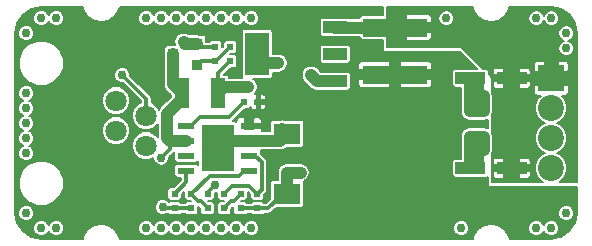
<source format=gtl>
G04 (created by PCBNEW (2013-mar-13)-testing) date Wed 10 Jun 2015 12:05:28 AM EDT*
%MOIN*%
G04 Gerber Fmt 3.4, Leading zero omitted, Abs format*
%FSLAX34Y34*%
G01*
G70*
G90*
G04 APERTURE LIST*
%ADD10C,0.005906*%
%ADD11R,0.098425X0.039370*%
%ADD12R,0.086614X0.086614*%
%ADD13C,0.086614*%
%ADD14R,0.080000X0.144000*%
%ADD15R,0.080000X0.040000*%
%ADD16C,0.070866*%
%ADD17R,0.350000X0.420000*%
%ADD18R,0.090000X0.070000*%
%ADD19R,0.216535X0.059055*%
%ADD20R,0.050000X0.100000*%
%ADD21R,0.021654X0.023622*%
%ADD22R,0.023622X0.021654*%
%ADD23R,0.055100X0.023600*%
%ADD24R,0.110200X0.157500*%
%ADD25R,0.036000X0.036000*%
%ADD26C,0.030000*%
%ADD27C,0.012000*%
%ADD28C,0.039370*%
%ADD29C,0.010000*%
%ADD30C,0.007992*%
%ADD31C,0.006000*%
G04 APERTURE END LIST*
G54D10*
G54D11*
X60688Y-44500D03*
X59311Y-44500D03*
G54D12*
X62000Y-44500D03*
G54D13*
X62000Y-45500D03*
X62000Y-46500D03*
X62000Y-47500D03*
G54D14*
X52200Y-43700D03*
G54D15*
X54800Y-43700D03*
X54800Y-42800D03*
X54800Y-44600D03*
G54D16*
X47500Y-45250D03*
X48500Y-45750D03*
X47500Y-46250D03*
X48500Y-46750D03*
G54D17*
X56650Y-47350D03*
G54D18*
X53200Y-46350D03*
X53200Y-48350D03*
G54D19*
X56800Y-44387D03*
X56800Y-42812D03*
G54D20*
X49700Y-45000D03*
X50900Y-45000D03*
G54D21*
X51763Y-45300D03*
X52236Y-45300D03*
G54D22*
X51650Y-48363D03*
X51650Y-48836D03*
X52200Y-48363D03*
X52200Y-48836D03*
X49450Y-48363D03*
X49450Y-48836D03*
X51100Y-48363D03*
X51100Y-48836D03*
X50550Y-48363D03*
X50550Y-48836D03*
X50000Y-48363D03*
X50000Y-48836D03*
G54D23*
X51937Y-46087D03*
X49837Y-46087D03*
X51937Y-46587D03*
X51937Y-47087D03*
X51937Y-47587D03*
X49837Y-46587D03*
X49837Y-47087D03*
X49837Y-47587D03*
G54D24*
X50887Y-46837D03*
G54D11*
X60688Y-47500D03*
X59311Y-47500D03*
G54D25*
X50200Y-43350D03*
X50200Y-44050D03*
X49400Y-43700D03*
G54D22*
X50800Y-43463D03*
X50800Y-43936D03*
X51300Y-43463D03*
X51300Y-43936D03*
G54D26*
X49000Y-47150D03*
X52900Y-44000D03*
X44500Y-49000D03*
X45500Y-49500D03*
X45000Y-49500D03*
X48500Y-49500D03*
X51500Y-49500D03*
X50500Y-49500D03*
X49500Y-49500D03*
X49000Y-49500D03*
X49050Y-48800D03*
X50000Y-49500D03*
X51000Y-49500D03*
X52000Y-49500D03*
X44500Y-46500D03*
X44500Y-45500D03*
X44500Y-45000D03*
X44500Y-46000D03*
X44500Y-47000D03*
X44500Y-43000D03*
X45000Y-42500D03*
X45500Y-42500D03*
X51500Y-42500D03*
X50500Y-42500D03*
X49500Y-42500D03*
X49000Y-42500D03*
X50000Y-42500D03*
X51000Y-42500D03*
X52000Y-42500D03*
X48500Y-42500D03*
X51250Y-46600D03*
X51250Y-46950D03*
X54000Y-44400D03*
X51900Y-44800D03*
X61500Y-49500D03*
X62500Y-49000D03*
X62000Y-49500D03*
X59000Y-49500D03*
X62500Y-43000D03*
X61500Y-42500D03*
X62000Y-42500D03*
X62500Y-43500D03*
X58500Y-42500D03*
X59300Y-45100D03*
X59750Y-45100D03*
X59300Y-45600D03*
X59750Y-45600D03*
X53650Y-47650D03*
X53200Y-47650D03*
X50500Y-47450D03*
X59300Y-46450D03*
X59750Y-46900D03*
X59750Y-46450D03*
X59300Y-46900D03*
X50500Y-47100D03*
X51250Y-46250D03*
X47700Y-44400D03*
X49750Y-43300D03*
X50800Y-48050D03*
X60700Y-45000D03*
X60700Y-47000D03*
G54D27*
X49000Y-47150D02*
X49287Y-46862D01*
X49287Y-46862D02*
X49287Y-46587D01*
G54D28*
X49837Y-46587D02*
X49287Y-46587D01*
X49700Y-45200D02*
X49700Y-45000D01*
X49200Y-45700D02*
X49700Y-45200D01*
X49200Y-46500D02*
X49200Y-45700D01*
X49287Y-46587D02*
X49200Y-46500D01*
X49400Y-43700D02*
X49400Y-44700D01*
X49400Y-44700D02*
X49700Y-45000D01*
X52500Y-44000D02*
X52900Y-44000D01*
G54D27*
X52500Y-44000D02*
X52200Y-43700D01*
X52200Y-48836D02*
X52563Y-48836D01*
X53050Y-48350D02*
X53200Y-48350D01*
X53050Y-48350D02*
X52563Y-48836D01*
X51650Y-48836D02*
X52200Y-48836D01*
X49086Y-48836D02*
X49050Y-48800D01*
X49450Y-48836D02*
X49086Y-48836D01*
X51125Y-46600D02*
X51250Y-46600D01*
X51087Y-46837D02*
X50887Y-46837D01*
G54D28*
X54800Y-44600D02*
X54200Y-44600D01*
X54200Y-44600D02*
X54000Y-44400D01*
X51237Y-46587D02*
X50887Y-46837D01*
X51937Y-46587D02*
X51237Y-46587D01*
G54D27*
X51300Y-43936D02*
X50900Y-44336D01*
X50900Y-44336D02*
X50900Y-45000D01*
G54D28*
X50900Y-45000D02*
X51100Y-44800D01*
X51100Y-44800D02*
X51900Y-44800D01*
X51937Y-46587D02*
X52962Y-46587D01*
X52962Y-46587D02*
X53200Y-46350D01*
X59300Y-45100D02*
X59750Y-45100D01*
X59750Y-45100D02*
X59550Y-45100D01*
X59750Y-45600D02*
X59300Y-45600D01*
X59750Y-45600D02*
X59750Y-45100D01*
X59300Y-45550D02*
X59300Y-45600D01*
G54D27*
X49450Y-48836D02*
X50000Y-48836D01*
X53113Y-48436D02*
X53200Y-48350D01*
G54D28*
X53650Y-47650D02*
X53200Y-47650D01*
X53200Y-47650D02*
X53200Y-48350D01*
X59311Y-44500D02*
X59550Y-44738D01*
X59550Y-44738D02*
X59550Y-45100D01*
X59311Y-47500D02*
X59550Y-47261D01*
X59550Y-47261D02*
X59550Y-46900D01*
X59550Y-46900D02*
X59550Y-46950D01*
X59550Y-46950D02*
X59550Y-46900D01*
X59300Y-46450D02*
X59500Y-46650D01*
X59750Y-46450D02*
X59750Y-46900D01*
X59750Y-46900D02*
X59550Y-46900D01*
X59300Y-46450D02*
X59750Y-46450D01*
X59500Y-46650D02*
X59550Y-46650D01*
X59311Y-47500D02*
X59300Y-47488D01*
X59300Y-47488D02*
X59300Y-46900D01*
X59550Y-46900D02*
X59300Y-46900D01*
X59300Y-46900D02*
X59300Y-46450D01*
X59300Y-45550D02*
X59500Y-45350D01*
X59550Y-45100D02*
X59300Y-45100D01*
X59300Y-45100D02*
X59300Y-45550D01*
X59311Y-45088D02*
X59300Y-45100D01*
X59311Y-44500D02*
X59311Y-45088D01*
X51237Y-46537D02*
X50887Y-46837D01*
X53200Y-46350D02*
X53037Y-46187D01*
G54D27*
X48500Y-45200D02*
X48500Y-45750D01*
X47700Y-44400D02*
X48500Y-45200D01*
G54D29*
X50800Y-43936D02*
X50827Y-43936D01*
G54D27*
X50827Y-43936D02*
X51300Y-43463D01*
G54D29*
X50200Y-44050D02*
X50313Y-43936D01*
G54D27*
X50313Y-43936D02*
X50800Y-43936D01*
G54D28*
X49800Y-43350D02*
X50200Y-43350D01*
X49800Y-43350D02*
X49750Y-43300D01*
G54D29*
X50200Y-43350D02*
X50313Y-43463D01*
G54D27*
X50313Y-43463D02*
X50800Y-43463D01*
X52350Y-47300D02*
X52350Y-48213D01*
X51937Y-47087D02*
X52137Y-47087D01*
X52137Y-47087D02*
X52350Y-47300D01*
X52350Y-48213D02*
X52200Y-48363D01*
X52200Y-48363D02*
X51936Y-48100D01*
X51363Y-48100D02*
X51100Y-48363D01*
X51936Y-48100D02*
X51363Y-48100D01*
X51100Y-48836D02*
X51336Y-48600D01*
X51413Y-48600D02*
X51650Y-48363D01*
X51336Y-48600D02*
X51413Y-48600D01*
X51150Y-48836D02*
X51177Y-48836D01*
X51263Y-45800D02*
X50300Y-45800D01*
X51763Y-45300D02*
X51263Y-45800D01*
X50012Y-46087D02*
X49837Y-46087D01*
X50300Y-45800D02*
X50012Y-46087D01*
X50000Y-48363D02*
X50613Y-47750D01*
X51762Y-47587D02*
X51937Y-47587D01*
X51600Y-47750D02*
X51762Y-47587D01*
X50613Y-47750D02*
X51600Y-47750D01*
X50000Y-48363D02*
X50236Y-48600D01*
X50313Y-48600D02*
X50550Y-48836D01*
X50236Y-48600D02*
X50313Y-48600D01*
X51937Y-47587D02*
X51812Y-47587D01*
X50550Y-48836D02*
X50550Y-48850D01*
X52112Y-46087D02*
X51937Y-46087D01*
X49837Y-47587D02*
X49837Y-47976D01*
X49837Y-47976D02*
X49450Y-48363D01*
X50550Y-48300D02*
X50800Y-48050D01*
X50550Y-48300D02*
X50550Y-48363D01*
G54D28*
X54800Y-42800D02*
X54812Y-42812D01*
X54812Y-42812D02*
X56800Y-42812D01*
G54D10*
G36*
X62860Y-48986D02*
X62792Y-49328D01*
X62769Y-49361D01*
X62769Y-48946D01*
X62728Y-48847D01*
X62653Y-48771D01*
X62553Y-48730D01*
X62446Y-48730D01*
X62347Y-48771D01*
X62271Y-48846D01*
X62230Y-48946D01*
X62230Y-49053D01*
X62271Y-49152D01*
X62346Y-49228D01*
X62446Y-49269D01*
X62553Y-49269D01*
X62652Y-49228D01*
X62728Y-49153D01*
X62769Y-49053D01*
X62769Y-48946D01*
X62769Y-49361D01*
X62606Y-49606D01*
X62328Y-49792D01*
X62269Y-49804D01*
X62269Y-49446D01*
X62228Y-49347D01*
X62153Y-49271D01*
X62053Y-49230D01*
X61946Y-49230D01*
X61847Y-49271D01*
X61771Y-49346D01*
X61749Y-49398D01*
X61728Y-49347D01*
X61653Y-49271D01*
X61553Y-49230D01*
X61446Y-49230D01*
X61347Y-49271D01*
X61271Y-49346D01*
X61230Y-49446D01*
X61230Y-49553D01*
X61271Y-49652D01*
X61346Y-49728D01*
X61446Y-49769D01*
X61553Y-49769D01*
X61652Y-49728D01*
X61728Y-49653D01*
X61750Y-49601D01*
X61771Y-49652D01*
X61846Y-49728D01*
X61946Y-49769D01*
X62053Y-49769D01*
X62152Y-49728D01*
X62228Y-49653D01*
X62269Y-49553D01*
X62269Y-49446D01*
X62269Y-49804D01*
X61986Y-49860D01*
X60614Y-49860D01*
X60598Y-49781D01*
X60577Y-49731D01*
X60577Y-49731D01*
X60469Y-49568D01*
X60469Y-49568D01*
X60431Y-49530D01*
X60431Y-49530D01*
X60268Y-49422D01*
X60218Y-49401D01*
X60027Y-49363D01*
X60027Y-49363D01*
X59972Y-49363D01*
X59972Y-49363D01*
X59781Y-49401D01*
X59731Y-49422D01*
X59568Y-49530D01*
X59568Y-49530D01*
X59530Y-49568D01*
X59530Y-49568D01*
X59422Y-49731D01*
X59401Y-49781D01*
X59385Y-49860D01*
X59269Y-49860D01*
X59269Y-49446D01*
X59228Y-49347D01*
X59153Y-49271D01*
X59053Y-49230D01*
X58946Y-49230D01*
X58847Y-49271D01*
X58771Y-49346D01*
X58730Y-49446D01*
X58730Y-49553D01*
X58771Y-49652D01*
X58846Y-49728D01*
X58946Y-49769D01*
X59053Y-49769D01*
X59152Y-49728D01*
X59228Y-49653D01*
X59269Y-49553D01*
X59269Y-49446D01*
X59269Y-49860D01*
X58042Y-49860D01*
X58042Y-44714D01*
X58042Y-44650D01*
X58042Y-44575D01*
X58042Y-44199D01*
X58042Y-44123D01*
X58042Y-44060D01*
X58018Y-44001D01*
X57973Y-43956D01*
X57914Y-43932D01*
X56996Y-43932D01*
X56956Y-43972D01*
X56956Y-44239D01*
X58002Y-44239D01*
X58042Y-44199D01*
X58042Y-44575D01*
X58002Y-44535D01*
X56956Y-44535D01*
X56956Y-44802D01*
X56996Y-44842D01*
X57914Y-44842D01*
X57973Y-44818D01*
X58018Y-44773D01*
X58042Y-44714D01*
X58042Y-49860D01*
X56643Y-49860D01*
X56643Y-44802D01*
X56643Y-44535D01*
X56643Y-44239D01*
X56643Y-43972D01*
X56603Y-43932D01*
X55685Y-43932D01*
X55626Y-43956D01*
X55581Y-44001D01*
X55557Y-44060D01*
X55557Y-44123D01*
X55557Y-44199D01*
X55597Y-44239D01*
X56643Y-44239D01*
X56643Y-44535D01*
X55597Y-44535D01*
X55557Y-44575D01*
X55557Y-44650D01*
X55557Y-44714D01*
X55581Y-44773D01*
X55626Y-44818D01*
X55685Y-44842D01*
X56603Y-44842D01*
X56643Y-44802D01*
X56643Y-49860D01*
X55319Y-49860D01*
X55319Y-44823D01*
X55319Y-44776D01*
X55319Y-44376D01*
X55319Y-43923D01*
X55319Y-43876D01*
X55319Y-43476D01*
X55301Y-43432D01*
X55267Y-43398D01*
X55223Y-43380D01*
X55176Y-43380D01*
X54376Y-43380D01*
X54332Y-43398D01*
X54298Y-43432D01*
X54280Y-43476D01*
X54280Y-43523D01*
X54280Y-43923D01*
X54298Y-43967D01*
X54332Y-44001D01*
X54376Y-44019D01*
X54423Y-44019D01*
X55223Y-44019D01*
X55267Y-44001D01*
X55301Y-43967D01*
X55319Y-43923D01*
X55319Y-44376D01*
X55301Y-44332D01*
X55267Y-44298D01*
X55223Y-44280D01*
X55176Y-44280D01*
X54376Y-44280D01*
X54368Y-44283D01*
X54331Y-44283D01*
X54223Y-44176D01*
X54121Y-44107D01*
X54000Y-44083D01*
X53878Y-44107D01*
X53776Y-44176D01*
X53707Y-44278D01*
X53683Y-44400D01*
X53707Y-44521D01*
X53776Y-44623D01*
X53976Y-44823D01*
X53976Y-44823D01*
X54078Y-44892D01*
X54200Y-44916D01*
X54368Y-44916D01*
X54376Y-44919D01*
X54423Y-44919D01*
X55223Y-44919D01*
X55267Y-44901D01*
X55301Y-44867D01*
X55319Y-44823D01*
X55319Y-49860D01*
X53966Y-49860D01*
X53966Y-47650D01*
X53942Y-47528D01*
X53873Y-47426D01*
X53771Y-47357D01*
X53650Y-47333D01*
X53200Y-47333D01*
X53078Y-47357D01*
X52976Y-47426D01*
X52907Y-47528D01*
X52883Y-47650D01*
X52883Y-47880D01*
X52726Y-47880D01*
X52682Y-47898D01*
X52648Y-47932D01*
X52630Y-47976D01*
X52630Y-48023D01*
X52630Y-48515D01*
X52489Y-48656D01*
X52416Y-48656D01*
X52386Y-48626D01*
X52341Y-48608D01*
X52294Y-48608D01*
X52058Y-48608D01*
X52013Y-48626D01*
X51983Y-48656D01*
X51866Y-48656D01*
X51836Y-48626D01*
X51791Y-48608D01*
X51744Y-48608D01*
X51660Y-48608D01*
X51676Y-48591D01*
X51791Y-48591D01*
X51836Y-48573D01*
X51869Y-48539D01*
X51887Y-48495D01*
X51887Y-48448D01*
X51887Y-48306D01*
X51962Y-48380D01*
X51962Y-48495D01*
X51980Y-48539D01*
X52013Y-48573D01*
X52058Y-48591D01*
X52105Y-48591D01*
X52341Y-48591D01*
X52386Y-48573D01*
X52419Y-48539D01*
X52437Y-48495D01*
X52437Y-48448D01*
X52437Y-48380D01*
X52477Y-48340D01*
X52516Y-48282D01*
X52516Y-48282D01*
X52529Y-48213D01*
X52529Y-47300D01*
X52516Y-47231D01*
X52477Y-47172D01*
X52332Y-47028D01*
X52332Y-46945D01*
X52315Y-46904D01*
X52962Y-46904D01*
X52962Y-46904D01*
X53083Y-46880D01*
X53174Y-46819D01*
X53673Y-46819D01*
X53717Y-46801D01*
X53751Y-46767D01*
X53769Y-46723D01*
X53769Y-46676D01*
X53769Y-45976D01*
X53751Y-45932D01*
X53717Y-45898D01*
X53673Y-45880D01*
X53626Y-45880D01*
X53083Y-45880D01*
X53037Y-45871D01*
X52992Y-45880D01*
X52726Y-45880D01*
X52682Y-45898D01*
X52648Y-45932D01*
X52630Y-45976D01*
X52630Y-46023D01*
X52630Y-46271D01*
X52504Y-46271D01*
X52504Y-45449D01*
X52504Y-45399D01*
X52504Y-45200D01*
X52504Y-45150D01*
X52480Y-45091D01*
X52435Y-45046D01*
X52376Y-45021D01*
X52330Y-45021D01*
X52290Y-45061D01*
X52290Y-45240D01*
X52464Y-45240D01*
X52504Y-45200D01*
X52504Y-45399D01*
X52464Y-45359D01*
X52290Y-45359D01*
X52290Y-45538D01*
X52330Y-45578D01*
X52376Y-45578D01*
X52435Y-45553D01*
X52480Y-45508D01*
X52504Y-45449D01*
X52504Y-46271D01*
X52359Y-46271D01*
X52372Y-46237D01*
X52372Y-46186D01*
X52372Y-45988D01*
X52372Y-45937D01*
X52348Y-45879D01*
X52303Y-45834D01*
X52244Y-45809D01*
X52181Y-45809D01*
X52115Y-45809D01*
X52075Y-45849D01*
X52075Y-46028D01*
X52332Y-46028D01*
X52372Y-45988D01*
X52372Y-46186D01*
X52332Y-46146D01*
X52075Y-46146D01*
X52075Y-46205D01*
X51799Y-46205D01*
X51799Y-46146D01*
X51772Y-46146D01*
X51772Y-46028D01*
X51799Y-46028D01*
X51799Y-45849D01*
X51759Y-45809D01*
X51693Y-45809D01*
X51630Y-45809D01*
X51571Y-45834D01*
X51526Y-45879D01*
X51504Y-45930D01*
X51501Y-45930D01*
X51501Y-45937D01*
X51501Y-45946D01*
X51462Y-45930D01*
X51414Y-45930D01*
X51386Y-45930D01*
X51390Y-45927D01*
X51780Y-45537D01*
X51895Y-45537D01*
X51939Y-45519D01*
X51973Y-45486D01*
X51978Y-45474D01*
X51992Y-45508D01*
X52037Y-45553D01*
X52096Y-45578D01*
X52142Y-45578D01*
X52182Y-45538D01*
X52182Y-45359D01*
X52127Y-45359D01*
X52127Y-45240D01*
X52182Y-45240D01*
X52182Y-45061D01*
X52142Y-45021D01*
X52125Y-45021D01*
X52192Y-44921D01*
X52216Y-44800D01*
X52192Y-44678D01*
X52123Y-44576D01*
X52069Y-44539D01*
X52623Y-44539D01*
X52667Y-44521D01*
X52701Y-44487D01*
X52719Y-44443D01*
X52719Y-44396D01*
X52719Y-44316D01*
X52900Y-44316D01*
X53021Y-44292D01*
X53123Y-44223D01*
X53192Y-44121D01*
X53216Y-44000D01*
X53192Y-43878D01*
X53123Y-43776D01*
X53021Y-43707D01*
X52900Y-43683D01*
X52719Y-43683D01*
X52719Y-42956D01*
X52701Y-42912D01*
X52667Y-42878D01*
X52623Y-42860D01*
X52576Y-42860D01*
X52269Y-42860D01*
X52269Y-42446D01*
X52228Y-42347D01*
X52153Y-42271D01*
X52053Y-42230D01*
X51946Y-42230D01*
X51847Y-42271D01*
X51771Y-42346D01*
X51749Y-42398D01*
X51728Y-42347D01*
X51653Y-42271D01*
X51553Y-42230D01*
X51446Y-42230D01*
X51347Y-42271D01*
X51271Y-42346D01*
X51249Y-42398D01*
X51228Y-42347D01*
X51153Y-42271D01*
X51053Y-42230D01*
X50946Y-42230D01*
X50847Y-42271D01*
X50771Y-42346D01*
X50749Y-42398D01*
X50728Y-42347D01*
X50653Y-42271D01*
X50553Y-42230D01*
X50446Y-42230D01*
X50347Y-42271D01*
X50271Y-42346D01*
X50249Y-42398D01*
X50228Y-42347D01*
X50153Y-42271D01*
X50053Y-42230D01*
X49946Y-42230D01*
X49847Y-42271D01*
X49771Y-42346D01*
X49749Y-42398D01*
X49728Y-42347D01*
X49653Y-42271D01*
X49553Y-42230D01*
X49446Y-42230D01*
X49347Y-42271D01*
X49271Y-42346D01*
X49249Y-42398D01*
X49228Y-42347D01*
X49153Y-42271D01*
X49053Y-42230D01*
X48946Y-42230D01*
X48847Y-42271D01*
X48771Y-42346D01*
X48749Y-42398D01*
X48728Y-42347D01*
X48653Y-42271D01*
X48553Y-42230D01*
X48446Y-42230D01*
X48347Y-42271D01*
X48271Y-42346D01*
X48230Y-42446D01*
X48230Y-42553D01*
X48271Y-42652D01*
X48346Y-42728D01*
X48446Y-42769D01*
X48553Y-42769D01*
X48652Y-42728D01*
X48728Y-42653D01*
X48750Y-42601D01*
X48771Y-42652D01*
X48846Y-42728D01*
X48946Y-42769D01*
X49053Y-42769D01*
X49152Y-42728D01*
X49228Y-42653D01*
X49250Y-42601D01*
X49271Y-42652D01*
X49346Y-42728D01*
X49446Y-42769D01*
X49553Y-42769D01*
X49652Y-42728D01*
X49728Y-42653D01*
X49750Y-42601D01*
X49771Y-42652D01*
X49846Y-42728D01*
X49946Y-42769D01*
X50053Y-42769D01*
X50152Y-42728D01*
X50228Y-42653D01*
X50250Y-42601D01*
X50271Y-42652D01*
X50346Y-42728D01*
X50446Y-42769D01*
X50553Y-42769D01*
X50652Y-42728D01*
X50728Y-42653D01*
X50750Y-42601D01*
X50771Y-42652D01*
X50846Y-42728D01*
X50946Y-42769D01*
X51053Y-42769D01*
X51152Y-42728D01*
X51228Y-42653D01*
X51250Y-42601D01*
X51271Y-42652D01*
X51346Y-42728D01*
X51446Y-42769D01*
X51553Y-42769D01*
X51652Y-42728D01*
X51728Y-42653D01*
X51750Y-42601D01*
X51771Y-42652D01*
X51846Y-42728D01*
X51946Y-42769D01*
X52053Y-42769D01*
X52152Y-42728D01*
X52228Y-42653D01*
X52269Y-42553D01*
X52269Y-42446D01*
X52269Y-42860D01*
X51776Y-42860D01*
X51732Y-42878D01*
X51698Y-42912D01*
X51680Y-42956D01*
X51680Y-43003D01*
X51680Y-44443D01*
X51696Y-44483D01*
X51269Y-44483D01*
X51269Y-44476D01*
X51251Y-44432D01*
X51217Y-44398D01*
X51173Y-44380D01*
X51126Y-44380D01*
X51110Y-44380D01*
X51326Y-44164D01*
X51441Y-44164D01*
X51486Y-44146D01*
X51519Y-44112D01*
X51537Y-44068D01*
X51537Y-44020D01*
X51537Y-43804D01*
X51519Y-43760D01*
X51486Y-43726D01*
X51441Y-43708D01*
X51394Y-43708D01*
X51310Y-43708D01*
X51326Y-43691D01*
X51441Y-43691D01*
X51486Y-43673D01*
X51519Y-43639D01*
X51537Y-43595D01*
X51537Y-43548D01*
X51537Y-43331D01*
X51519Y-43287D01*
X51486Y-43253D01*
X51441Y-43235D01*
X51394Y-43235D01*
X51158Y-43235D01*
X51113Y-43253D01*
X51080Y-43287D01*
X51062Y-43331D01*
X51062Y-43379D01*
X51062Y-43447D01*
X51037Y-43471D01*
X51037Y-43331D01*
X51019Y-43287D01*
X50986Y-43253D01*
X50941Y-43235D01*
X50894Y-43235D01*
X50658Y-43235D01*
X50613Y-43253D01*
X50583Y-43283D01*
X50503Y-43283D01*
X50499Y-43265D01*
X50499Y-43146D01*
X50481Y-43102D01*
X50447Y-43068D01*
X50403Y-43050D01*
X50356Y-43050D01*
X50284Y-43050D01*
X50200Y-43033D01*
X49909Y-43033D01*
X49871Y-43007D01*
X49750Y-42983D01*
X49628Y-43007D01*
X49526Y-43076D01*
X49457Y-43178D01*
X49433Y-43300D01*
X49451Y-43393D01*
X49400Y-43383D01*
X49315Y-43400D01*
X49196Y-43400D01*
X49152Y-43418D01*
X49118Y-43452D01*
X49100Y-43496D01*
X49100Y-43543D01*
X49100Y-43615D01*
X49083Y-43700D01*
X49083Y-44700D01*
X49107Y-44821D01*
X49176Y-44923D01*
X49330Y-45078D01*
X49330Y-45121D01*
X48976Y-45476D01*
X48928Y-45546D01*
X48902Y-45481D01*
X48768Y-45348D01*
X48679Y-45311D01*
X48679Y-45200D01*
X48666Y-45131D01*
X48627Y-45072D01*
X47969Y-44415D01*
X47969Y-44346D01*
X47928Y-44247D01*
X47853Y-44171D01*
X47753Y-44130D01*
X47646Y-44130D01*
X47547Y-44171D01*
X47471Y-44246D01*
X47430Y-44346D01*
X47430Y-44453D01*
X47471Y-44552D01*
X47546Y-44628D01*
X47646Y-44669D01*
X47715Y-44669D01*
X48320Y-45274D01*
X48320Y-45311D01*
X48231Y-45347D01*
X48098Y-45481D01*
X48025Y-45655D01*
X48025Y-45843D01*
X48097Y-46018D01*
X48231Y-46151D01*
X48405Y-46224D01*
X48593Y-46224D01*
X48768Y-46152D01*
X48883Y-46037D01*
X48883Y-46462D01*
X48768Y-46348D01*
X48594Y-46275D01*
X48406Y-46275D01*
X48231Y-46347D01*
X48098Y-46481D01*
X48025Y-46655D01*
X48025Y-46843D01*
X48097Y-47018D01*
X48231Y-47151D01*
X48405Y-47224D01*
X48593Y-47224D01*
X48730Y-47168D01*
X48730Y-47203D01*
X48771Y-47302D01*
X48846Y-47378D01*
X48946Y-47419D01*
X49053Y-47419D01*
X49152Y-47378D01*
X49228Y-47303D01*
X49269Y-47203D01*
X49269Y-47134D01*
X49414Y-46989D01*
X49442Y-46948D01*
X49442Y-46993D01*
X49442Y-47229D01*
X49460Y-47273D01*
X49493Y-47307D01*
X49538Y-47325D01*
X49585Y-47325D01*
X50136Y-47325D01*
X50180Y-47307D01*
X50214Y-47273D01*
X50216Y-47268D01*
X50216Y-47406D01*
X50214Y-47401D01*
X50180Y-47368D01*
X50136Y-47349D01*
X50089Y-47349D01*
X49538Y-47349D01*
X49493Y-47368D01*
X49460Y-47401D01*
X49442Y-47445D01*
X49442Y-47493D01*
X49442Y-47729D01*
X49460Y-47773D01*
X49493Y-47807D01*
X49538Y-47825D01*
X49585Y-47825D01*
X49657Y-47825D01*
X49657Y-47901D01*
X49423Y-48135D01*
X49308Y-48135D01*
X49263Y-48153D01*
X49230Y-48187D01*
X49212Y-48231D01*
X49212Y-48279D01*
X49212Y-48495D01*
X49230Y-48539D01*
X49263Y-48573D01*
X49308Y-48591D01*
X49355Y-48591D01*
X49591Y-48591D01*
X49636Y-48573D01*
X49669Y-48539D01*
X49687Y-48495D01*
X49687Y-48448D01*
X49687Y-48380D01*
X49762Y-48306D01*
X49762Y-48495D01*
X49780Y-48539D01*
X49813Y-48573D01*
X49858Y-48591D01*
X49905Y-48591D01*
X49973Y-48591D01*
X49989Y-48608D01*
X49858Y-48608D01*
X49813Y-48626D01*
X49783Y-48656D01*
X49666Y-48656D01*
X49636Y-48626D01*
X49591Y-48608D01*
X49544Y-48608D01*
X49308Y-48608D01*
X49263Y-48626D01*
X49260Y-48629D01*
X49203Y-48571D01*
X49103Y-48530D01*
X48996Y-48530D01*
X48897Y-48571D01*
X48821Y-48646D01*
X48780Y-48746D01*
X48780Y-48853D01*
X48821Y-48952D01*
X48896Y-49028D01*
X48996Y-49069D01*
X49103Y-49069D01*
X49202Y-49028D01*
X49215Y-49016D01*
X49233Y-49016D01*
X49263Y-49046D01*
X49308Y-49064D01*
X49355Y-49064D01*
X49591Y-49064D01*
X49636Y-49046D01*
X49666Y-49016D01*
X49783Y-49016D01*
X49813Y-49046D01*
X49858Y-49064D01*
X49905Y-49064D01*
X50141Y-49064D01*
X50186Y-49046D01*
X50219Y-49012D01*
X50237Y-48968D01*
X50237Y-48920D01*
X50237Y-48779D01*
X50239Y-48779D01*
X50312Y-48852D01*
X50312Y-48968D01*
X50330Y-49012D01*
X50363Y-49046D01*
X50408Y-49064D01*
X50455Y-49064D01*
X50691Y-49064D01*
X50736Y-49046D01*
X50769Y-49012D01*
X50787Y-48968D01*
X50787Y-48920D01*
X50787Y-48704D01*
X50769Y-48660D01*
X50736Y-48626D01*
X50691Y-48608D01*
X50644Y-48608D01*
X50576Y-48608D01*
X50560Y-48591D01*
X50691Y-48591D01*
X50736Y-48573D01*
X50769Y-48539D01*
X50787Y-48495D01*
X50787Y-48448D01*
X50787Y-48319D01*
X50853Y-48319D01*
X50862Y-48316D01*
X50862Y-48495D01*
X50880Y-48539D01*
X50913Y-48573D01*
X50958Y-48591D01*
X51005Y-48591D01*
X51089Y-48591D01*
X51073Y-48608D01*
X50958Y-48608D01*
X50913Y-48626D01*
X50880Y-48660D01*
X50862Y-48704D01*
X50862Y-48751D01*
X50862Y-48968D01*
X50880Y-49012D01*
X50913Y-49046D01*
X50958Y-49064D01*
X51005Y-49064D01*
X51241Y-49064D01*
X51286Y-49046D01*
X51319Y-49012D01*
X51337Y-48968D01*
X51337Y-48920D01*
X51337Y-48913D01*
X51343Y-48905D01*
X51357Y-48836D01*
X51356Y-48833D01*
X51410Y-48779D01*
X51412Y-48779D01*
X51412Y-48968D01*
X51430Y-49012D01*
X51463Y-49046D01*
X51508Y-49064D01*
X51555Y-49064D01*
X51791Y-49064D01*
X51836Y-49046D01*
X51866Y-49016D01*
X51983Y-49016D01*
X52013Y-49046D01*
X52058Y-49064D01*
X52105Y-49064D01*
X52341Y-49064D01*
X52386Y-49046D01*
X52416Y-49016D01*
X52563Y-49016D01*
X52632Y-49002D01*
X52690Y-48963D01*
X52834Y-48819D01*
X53673Y-48819D01*
X53717Y-48801D01*
X53751Y-48767D01*
X53769Y-48723D01*
X53769Y-48676D01*
X53769Y-47976D01*
X53757Y-47945D01*
X53771Y-47942D01*
X53873Y-47873D01*
X53942Y-47771D01*
X53966Y-47650D01*
X53966Y-49860D01*
X52269Y-49860D01*
X52269Y-49446D01*
X52228Y-49347D01*
X52153Y-49271D01*
X52053Y-49230D01*
X51946Y-49230D01*
X51847Y-49271D01*
X51771Y-49346D01*
X51749Y-49398D01*
X51728Y-49347D01*
X51653Y-49271D01*
X51553Y-49230D01*
X51446Y-49230D01*
X51347Y-49271D01*
X51271Y-49346D01*
X51249Y-49398D01*
X51228Y-49347D01*
X51153Y-49271D01*
X51053Y-49230D01*
X50946Y-49230D01*
X50847Y-49271D01*
X50771Y-49346D01*
X50749Y-49398D01*
X50728Y-49347D01*
X50653Y-49271D01*
X50553Y-49230D01*
X50446Y-49230D01*
X50347Y-49271D01*
X50271Y-49346D01*
X50249Y-49398D01*
X50228Y-49347D01*
X50153Y-49271D01*
X50053Y-49230D01*
X49946Y-49230D01*
X49847Y-49271D01*
X49771Y-49346D01*
X49749Y-49398D01*
X49728Y-49347D01*
X49653Y-49271D01*
X49553Y-49230D01*
X49446Y-49230D01*
X49347Y-49271D01*
X49271Y-49346D01*
X49249Y-49398D01*
X49228Y-49347D01*
X49153Y-49271D01*
X49053Y-49230D01*
X48946Y-49230D01*
X48847Y-49271D01*
X48771Y-49346D01*
X48749Y-49398D01*
X48728Y-49347D01*
X48653Y-49271D01*
X48553Y-49230D01*
X48446Y-49230D01*
X48347Y-49271D01*
X48271Y-49346D01*
X48230Y-49446D01*
X48230Y-49553D01*
X48271Y-49652D01*
X48346Y-49728D01*
X48446Y-49769D01*
X48553Y-49769D01*
X48652Y-49728D01*
X48728Y-49653D01*
X48750Y-49601D01*
X48771Y-49652D01*
X48846Y-49728D01*
X48946Y-49769D01*
X49053Y-49769D01*
X49152Y-49728D01*
X49228Y-49653D01*
X49250Y-49601D01*
X49271Y-49652D01*
X49346Y-49728D01*
X49446Y-49769D01*
X49553Y-49769D01*
X49652Y-49728D01*
X49728Y-49653D01*
X49750Y-49601D01*
X49771Y-49652D01*
X49846Y-49728D01*
X49946Y-49769D01*
X50053Y-49769D01*
X50152Y-49728D01*
X50228Y-49653D01*
X50250Y-49601D01*
X50271Y-49652D01*
X50346Y-49728D01*
X50446Y-49769D01*
X50553Y-49769D01*
X50652Y-49728D01*
X50728Y-49653D01*
X50750Y-49601D01*
X50771Y-49652D01*
X50846Y-49728D01*
X50946Y-49769D01*
X51053Y-49769D01*
X51152Y-49728D01*
X51228Y-49653D01*
X51250Y-49601D01*
X51271Y-49652D01*
X51346Y-49728D01*
X51446Y-49769D01*
X51553Y-49769D01*
X51652Y-49728D01*
X51728Y-49653D01*
X51750Y-49601D01*
X51771Y-49652D01*
X51846Y-49728D01*
X51946Y-49769D01*
X52053Y-49769D01*
X52152Y-49728D01*
X52228Y-49653D01*
X52269Y-49553D01*
X52269Y-49446D01*
X52269Y-49860D01*
X47974Y-49860D01*
X47974Y-46156D01*
X47974Y-45156D01*
X47902Y-44981D01*
X47768Y-44848D01*
X47594Y-44775D01*
X47406Y-44775D01*
X47231Y-44847D01*
X47098Y-44981D01*
X47025Y-45155D01*
X47025Y-45343D01*
X47097Y-45518D01*
X47231Y-45651D01*
X47405Y-45724D01*
X47593Y-45724D01*
X47768Y-45652D01*
X47901Y-45518D01*
X47974Y-45344D01*
X47974Y-45156D01*
X47974Y-46156D01*
X47902Y-45981D01*
X47768Y-45848D01*
X47594Y-45775D01*
X47406Y-45775D01*
X47231Y-45847D01*
X47098Y-45981D01*
X47025Y-46155D01*
X47025Y-46343D01*
X47097Y-46518D01*
X47231Y-46651D01*
X47405Y-46724D01*
X47593Y-46724D01*
X47768Y-46652D01*
X47901Y-46518D01*
X47974Y-46344D01*
X47974Y-46156D01*
X47974Y-49860D01*
X47614Y-49860D01*
X47598Y-49781D01*
X47577Y-49731D01*
X47577Y-49731D01*
X47469Y-49568D01*
X47469Y-49568D01*
X47431Y-49530D01*
X47431Y-49530D01*
X47268Y-49422D01*
X47218Y-49401D01*
X47027Y-49363D01*
X47027Y-49363D01*
X46972Y-49363D01*
X46972Y-49363D01*
X46781Y-49401D01*
X46731Y-49422D01*
X46568Y-49530D01*
X46568Y-49530D01*
X46530Y-49568D01*
X46530Y-49568D01*
X46422Y-49731D01*
X46401Y-49781D01*
X46385Y-49860D01*
X45769Y-49860D01*
X45769Y-49446D01*
X45769Y-42446D01*
X45728Y-42347D01*
X45653Y-42271D01*
X45553Y-42230D01*
X45446Y-42230D01*
X45347Y-42271D01*
X45271Y-42346D01*
X45249Y-42398D01*
X45228Y-42347D01*
X45153Y-42271D01*
X45053Y-42230D01*
X44946Y-42230D01*
X44847Y-42271D01*
X44771Y-42346D01*
X44730Y-42446D01*
X44730Y-42553D01*
X44771Y-42652D01*
X44846Y-42728D01*
X44946Y-42769D01*
X45053Y-42769D01*
X45152Y-42728D01*
X45228Y-42653D01*
X45250Y-42601D01*
X45271Y-42652D01*
X45346Y-42728D01*
X45446Y-42769D01*
X45553Y-42769D01*
X45652Y-42728D01*
X45728Y-42653D01*
X45769Y-42553D01*
X45769Y-42446D01*
X45769Y-49446D01*
X45749Y-49398D01*
X45749Y-47851D01*
X45749Y-43851D01*
X45636Y-43575D01*
X45425Y-43364D01*
X45149Y-43250D01*
X44851Y-43250D01*
X44769Y-43283D01*
X44769Y-42946D01*
X44728Y-42847D01*
X44653Y-42771D01*
X44553Y-42730D01*
X44446Y-42730D01*
X44347Y-42771D01*
X44271Y-42846D01*
X44230Y-42946D01*
X44230Y-43053D01*
X44271Y-43152D01*
X44346Y-43228D01*
X44446Y-43269D01*
X44553Y-43269D01*
X44652Y-43228D01*
X44728Y-43153D01*
X44769Y-43053D01*
X44769Y-42946D01*
X44769Y-43283D01*
X44575Y-43363D01*
X44364Y-43574D01*
X44250Y-43850D01*
X44250Y-44148D01*
X44363Y-44424D01*
X44574Y-44635D01*
X44850Y-44749D01*
X45148Y-44749D01*
X45424Y-44636D01*
X45635Y-44425D01*
X45749Y-44149D01*
X45749Y-43851D01*
X45749Y-47851D01*
X45636Y-47575D01*
X45425Y-47364D01*
X45149Y-47250D01*
X44851Y-47250D01*
X44769Y-47283D01*
X44769Y-46946D01*
X44728Y-46847D01*
X44653Y-46771D01*
X44601Y-46749D01*
X44652Y-46728D01*
X44728Y-46653D01*
X44769Y-46553D01*
X44769Y-46446D01*
X44728Y-46347D01*
X44653Y-46271D01*
X44601Y-46249D01*
X44652Y-46228D01*
X44728Y-46153D01*
X44769Y-46053D01*
X44769Y-45946D01*
X44728Y-45847D01*
X44653Y-45771D01*
X44601Y-45749D01*
X44652Y-45728D01*
X44728Y-45653D01*
X44769Y-45553D01*
X44769Y-45446D01*
X44728Y-45347D01*
X44653Y-45271D01*
X44601Y-45249D01*
X44652Y-45228D01*
X44728Y-45153D01*
X44769Y-45053D01*
X44769Y-44946D01*
X44728Y-44847D01*
X44653Y-44771D01*
X44553Y-44730D01*
X44446Y-44730D01*
X44347Y-44771D01*
X44271Y-44846D01*
X44230Y-44946D01*
X44230Y-45053D01*
X44271Y-45152D01*
X44346Y-45228D01*
X44398Y-45250D01*
X44347Y-45271D01*
X44271Y-45346D01*
X44230Y-45446D01*
X44230Y-45553D01*
X44271Y-45652D01*
X44346Y-45728D01*
X44398Y-45750D01*
X44347Y-45771D01*
X44271Y-45846D01*
X44230Y-45946D01*
X44230Y-46053D01*
X44271Y-46152D01*
X44346Y-46228D01*
X44398Y-46250D01*
X44347Y-46271D01*
X44271Y-46346D01*
X44230Y-46446D01*
X44230Y-46553D01*
X44271Y-46652D01*
X44346Y-46728D01*
X44398Y-46750D01*
X44347Y-46771D01*
X44271Y-46846D01*
X44230Y-46946D01*
X44230Y-47053D01*
X44271Y-47152D01*
X44346Y-47228D01*
X44446Y-47269D01*
X44553Y-47269D01*
X44652Y-47228D01*
X44728Y-47153D01*
X44769Y-47053D01*
X44769Y-46946D01*
X44769Y-47283D01*
X44575Y-47363D01*
X44364Y-47574D01*
X44250Y-47850D01*
X44250Y-48148D01*
X44363Y-48424D01*
X44574Y-48635D01*
X44850Y-48749D01*
X45148Y-48749D01*
X45424Y-48636D01*
X45635Y-48425D01*
X45749Y-48149D01*
X45749Y-47851D01*
X45749Y-49398D01*
X45728Y-49347D01*
X45653Y-49271D01*
X45553Y-49230D01*
X45446Y-49230D01*
X45347Y-49271D01*
X45271Y-49346D01*
X45249Y-49398D01*
X45228Y-49347D01*
X45153Y-49271D01*
X45053Y-49230D01*
X44946Y-49230D01*
X44847Y-49271D01*
X44771Y-49346D01*
X44769Y-49350D01*
X44769Y-48946D01*
X44728Y-48847D01*
X44653Y-48771D01*
X44553Y-48730D01*
X44446Y-48730D01*
X44347Y-48771D01*
X44271Y-48846D01*
X44230Y-48946D01*
X44230Y-49053D01*
X44271Y-49152D01*
X44346Y-49228D01*
X44446Y-49269D01*
X44553Y-49269D01*
X44652Y-49228D01*
X44728Y-49153D01*
X44769Y-49053D01*
X44769Y-48946D01*
X44769Y-49350D01*
X44730Y-49446D01*
X44730Y-49553D01*
X44771Y-49652D01*
X44846Y-49728D01*
X44946Y-49769D01*
X45053Y-49769D01*
X45152Y-49728D01*
X45228Y-49653D01*
X45250Y-49601D01*
X45271Y-49652D01*
X45346Y-49728D01*
X45446Y-49769D01*
X45553Y-49769D01*
X45652Y-49728D01*
X45728Y-49653D01*
X45769Y-49553D01*
X45769Y-49446D01*
X45769Y-49860D01*
X45013Y-49860D01*
X44671Y-49792D01*
X44393Y-49606D01*
X44207Y-49328D01*
X44139Y-48986D01*
X44139Y-43013D01*
X44207Y-42671D01*
X44393Y-42393D01*
X44671Y-42207D01*
X45013Y-42139D01*
X46385Y-42139D01*
X46401Y-42218D01*
X46422Y-42268D01*
X46530Y-42431D01*
X46530Y-42431D01*
X46568Y-42469D01*
X46568Y-42469D01*
X46731Y-42577D01*
X46731Y-42577D01*
X46781Y-42598D01*
X46972Y-42636D01*
X46972Y-42636D01*
X47027Y-42636D01*
X47027Y-42636D01*
X47218Y-42598D01*
X47268Y-42577D01*
X47431Y-42469D01*
X47431Y-42469D01*
X47469Y-42431D01*
X47469Y-42431D01*
X47577Y-42268D01*
X47577Y-42268D01*
X47598Y-42218D01*
X47614Y-42139D01*
X56380Y-42139D01*
X56380Y-42397D01*
X55693Y-42397D01*
X55649Y-42415D01*
X55615Y-42449D01*
X55597Y-42493D01*
X55597Y-42495D01*
X55261Y-42495D01*
X55223Y-42480D01*
X55176Y-42480D01*
X54376Y-42480D01*
X54332Y-42498D01*
X54298Y-42532D01*
X54280Y-42576D01*
X54280Y-42623D01*
X54280Y-43023D01*
X54298Y-43067D01*
X54332Y-43101D01*
X54376Y-43119D01*
X54423Y-43119D01*
X54765Y-43119D01*
X54812Y-43129D01*
X55597Y-43129D01*
X55597Y-43131D01*
X55615Y-43175D01*
X55649Y-43209D01*
X55693Y-43227D01*
X55741Y-43227D01*
X56380Y-43227D01*
X56380Y-43619D01*
X58950Y-43619D01*
X59513Y-44183D01*
X59311Y-44183D01*
X58795Y-44183D01*
X58750Y-44201D01*
X58717Y-44235D01*
X58699Y-44279D01*
X58699Y-44326D01*
X58699Y-44720D01*
X58717Y-44764D01*
X58750Y-44798D01*
X58795Y-44816D01*
X58842Y-44816D01*
X58994Y-44816D01*
X58994Y-45044D01*
X58983Y-45100D01*
X58983Y-45550D01*
X58983Y-45600D01*
X59007Y-45721D01*
X59076Y-45823D01*
X59178Y-45892D01*
X59300Y-45916D01*
X59750Y-45916D01*
X59871Y-45892D01*
X59880Y-45886D01*
X59880Y-46163D01*
X59871Y-46157D01*
X59750Y-46133D01*
X59300Y-46133D01*
X59178Y-46157D01*
X59076Y-46226D01*
X59007Y-46328D01*
X58983Y-46450D01*
X58983Y-46900D01*
X58983Y-47183D01*
X58795Y-47183D01*
X58750Y-47201D01*
X58717Y-47235D01*
X58699Y-47279D01*
X58699Y-47326D01*
X58699Y-47720D01*
X58717Y-47764D01*
X58750Y-47798D01*
X58795Y-47816D01*
X58842Y-47816D01*
X59826Y-47816D01*
X59871Y-47798D01*
X59880Y-47789D01*
X59880Y-48119D01*
X62860Y-48119D01*
X62860Y-48986D01*
X62860Y-48986D01*
G37*
G54D30*
X62860Y-48986D02*
X62792Y-49328D01*
X62769Y-49361D01*
X62769Y-48946D01*
X62728Y-48847D01*
X62653Y-48771D01*
X62553Y-48730D01*
X62446Y-48730D01*
X62347Y-48771D01*
X62271Y-48846D01*
X62230Y-48946D01*
X62230Y-49053D01*
X62271Y-49152D01*
X62346Y-49228D01*
X62446Y-49269D01*
X62553Y-49269D01*
X62652Y-49228D01*
X62728Y-49153D01*
X62769Y-49053D01*
X62769Y-48946D01*
X62769Y-49361D01*
X62606Y-49606D01*
X62328Y-49792D01*
X62269Y-49804D01*
X62269Y-49446D01*
X62228Y-49347D01*
X62153Y-49271D01*
X62053Y-49230D01*
X61946Y-49230D01*
X61847Y-49271D01*
X61771Y-49346D01*
X61749Y-49398D01*
X61728Y-49347D01*
X61653Y-49271D01*
X61553Y-49230D01*
X61446Y-49230D01*
X61347Y-49271D01*
X61271Y-49346D01*
X61230Y-49446D01*
X61230Y-49553D01*
X61271Y-49652D01*
X61346Y-49728D01*
X61446Y-49769D01*
X61553Y-49769D01*
X61652Y-49728D01*
X61728Y-49653D01*
X61750Y-49601D01*
X61771Y-49652D01*
X61846Y-49728D01*
X61946Y-49769D01*
X62053Y-49769D01*
X62152Y-49728D01*
X62228Y-49653D01*
X62269Y-49553D01*
X62269Y-49446D01*
X62269Y-49804D01*
X61986Y-49860D01*
X60614Y-49860D01*
X60598Y-49781D01*
X60577Y-49731D01*
X60577Y-49731D01*
X60469Y-49568D01*
X60469Y-49568D01*
X60431Y-49530D01*
X60431Y-49530D01*
X60268Y-49422D01*
X60218Y-49401D01*
X60027Y-49363D01*
X60027Y-49363D01*
X59972Y-49363D01*
X59972Y-49363D01*
X59781Y-49401D01*
X59731Y-49422D01*
X59568Y-49530D01*
X59568Y-49530D01*
X59530Y-49568D01*
X59530Y-49568D01*
X59422Y-49731D01*
X59401Y-49781D01*
X59385Y-49860D01*
X59269Y-49860D01*
X59269Y-49446D01*
X59228Y-49347D01*
X59153Y-49271D01*
X59053Y-49230D01*
X58946Y-49230D01*
X58847Y-49271D01*
X58771Y-49346D01*
X58730Y-49446D01*
X58730Y-49553D01*
X58771Y-49652D01*
X58846Y-49728D01*
X58946Y-49769D01*
X59053Y-49769D01*
X59152Y-49728D01*
X59228Y-49653D01*
X59269Y-49553D01*
X59269Y-49446D01*
X59269Y-49860D01*
X58042Y-49860D01*
X58042Y-44714D01*
X58042Y-44650D01*
X58042Y-44575D01*
X58042Y-44199D01*
X58042Y-44123D01*
X58042Y-44060D01*
X58018Y-44001D01*
X57973Y-43956D01*
X57914Y-43932D01*
X56996Y-43932D01*
X56956Y-43972D01*
X56956Y-44239D01*
X58002Y-44239D01*
X58042Y-44199D01*
X58042Y-44575D01*
X58002Y-44535D01*
X56956Y-44535D01*
X56956Y-44802D01*
X56996Y-44842D01*
X57914Y-44842D01*
X57973Y-44818D01*
X58018Y-44773D01*
X58042Y-44714D01*
X58042Y-49860D01*
X56643Y-49860D01*
X56643Y-44802D01*
X56643Y-44535D01*
X56643Y-44239D01*
X56643Y-43972D01*
X56603Y-43932D01*
X55685Y-43932D01*
X55626Y-43956D01*
X55581Y-44001D01*
X55557Y-44060D01*
X55557Y-44123D01*
X55557Y-44199D01*
X55597Y-44239D01*
X56643Y-44239D01*
X56643Y-44535D01*
X55597Y-44535D01*
X55557Y-44575D01*
X55557Y-44650D01*
X55557Y-44714D01*
X55581Y-44773D01*
X55626Y-44818D01*
X55685Y-44842D01*
X56603Y-44842D01*
X56643Y-44802D01*
X56643Y-49860D01*
X55319Y-49860D01*
X55319Y-44823D01*
X55319Y-44776D01*
X55319Y-44376D01*
X55319Y-43923D01*
X55319Y-43876D01*
X55319Y-43476D01*
X55301Y-43432D01*
X55267Y-43398D01*
X55223Y-43380D01*
X55176Y-43380D01*
X54376Y-43380D01*
X54332Y-43398D01*
X54298Y-43432D01*
X54280Y-43476D01*
X54280Y-43523D01*
X54280Y-43923D01*
X54298Y-43967D01*
X54332Y-44001D01*
X54376Y-44019D01*
X54423Y-44019D01*
X55223Y-44019D01*
X55267Y-44001D01*
X55301Y-43967D01*
X55319Y-43923D01*
X55319Y-44376D01*
X55301Y-44332D01*
X55267Y-44298D01*
X55223Y-44280D01*
X55176Y-44280D01*
X54376Y-44280D01*
X54368Y-44283D01*
X54331Y-44283D01*
X54223Y-44176D01*
X54121Y-44107D01*
X54000Y-44083D01*
X53878Y-44107D01*
X53776Y-44176D01*
X53707Y-44278D01*
X53683Y-44400D01*
X53707Y-44521D01*
X53776Y-44623D01*
X53976Y-44823D01*
X53976Y-44823D01*
X54078Y-44892D01*
X54200Y-44916D01*
X54368Y-44916D01*
X54376Y-44919D01*
X54423Y-44919D01*
X55223Y-44919D01*
X55267Y-44901D01*
X55301Y-44867D01*
X55319Y-44823D01*
X55319Y-49860D01*
X53966Y-49860D01*
X53966Y-47650D01*
X53942Y-47528D01*
X53873Y-47426D01*
X53771Y-47357D01*
X53650Y-47333D01*
X53200Y-47333D01*
X53078Y-47357D01*
X52976Y-47426D01*
X52907Y-47528D01*
X52883Y-47650D01*
X52883Y-47880D01*
X52726Y-47880D01*
X52682Y-47898D01*
X52648Y-47932D01*
X52630Y-47976D01*
X52630Y-48023D01*
X52630Y-48515D01*
X52489Y-48656D01*
X52416Y-48656D01*
X52386Y-48626D01*
X52341Y-48608D01*
X52294Y-48608D01*
X52058Y-48608D01*
X52013Y-48626D01*
X51983Y-48656D01*
X51866Y-48656D01*
X51836Y-48626D01*
X51791Y-48608D01*
X51744Y-48608D01*
X51660Y-48608D01*
X51676Y-48591D01*
X51791Y-48591D01*
X51836Y-48573D01*
X51869Y-48539D01*
X51887Y-48495D01*
X51887Y-48448D01*
X51887Y-48306D01*
X51962Y-48380D01*
X51962Y-48495D01*
X51980Y-48539D01*
X52013Y-48573D01*
X52058Y-48591D01*
X52105Y-48591D01*
X52341Y-48591D01*
X52386Y-48573D01*
X52419Y-48539D01*
X52437Y-48495D01*
X52437Y-48448D01*
X52437Y-48380D01*
X52477Y-48340D01*
X52516Y-48282D01*
X52516Y-48282D01*
X52529Y-48213D01*
X52529Y-47300D01*
X52516Y-47231D01*
X52477Y-47172D01*
X52332Y-47028D01*
X52332Y-46945D01*
X52315Y-46904D01*
X52962Y-46904D01*
X52962Y-46904D01*
X53083Y-46880D01*
X53174Y-46819D01*
X53673Y-46819D01*
X53717Y-46801D01*
X53751Y-46767D01*
X53769Y-46723D01*
X53769Y-46676D01*
X53769Y-45976D01*
X53751Y-45932D01*
X53717Y-45898D01*
X53673Y-45880D01*
X53626Y-45880D01*
X53083Y-45880D01*
X53037Y-45871D01*
X52992Y-45880D01*
X52726Y-45880D01*
X52682Y-45898D01*
X52648Y-45932D01*
X52630Y-45976D01*
X52630Y-46023D01*
X52630Y-46271D01*
X52504Y-46271D01*
X52504Y-45449D01*
X52504Y-45399D01*
X52504Y-45200D01*
X52504Y-45150D01*
X52480Y-45091D01*
X52435Y-45046D01*
X52376Y-45021D01*
X52330Y-45021D01*
X52290Y-45061D01*
X52290Y-45240D01*
X52464Y-45240D01*
X52504Y-45200D01*
X52504Y-45399D01*
X52464Y-45359D01*
X52290Y-45359D01*
X52290Y-45538D01*
X52330Y-45578D01*
X52376Y-45578D01*
X52435Y-45553D01*
X52480Y-45508D01*
X52504Y-45449D01*
X52504Y-46271D01*
X52359Y-46271D01*
X52372Y-46237D01*
X52372Y-46186D01*
X52372Y-45988D01*
X52372Y-45937D01*
X52348Y-45879D01*
X52303Y-45834D01*
X52244Y-45809D01*
X52181Y-45809D01*
X52115Y-45809D01*
X52075Y-45849D01*
X52075Y-46028D01*
X52332Y-46028D01*
X52372Y-45988D01*
X52372Y-46186D01*
X52332Y-46146D01*
X52075Y-46146D01*
X52075Y-46205D01*
X51799Y-46205D01*
X51799Y-46146D01*
X51772Y-46146D01*
X51772Y-46028D01*
X51799Y-46028D01*
X51799Y-45849D01*
X51759Y-45809D01*
X51693Y-45809D01*
X51630Y-45809D01*
X51571Y-45834D01*
X51526Y-45879D01*
X51504Y-45930D01*
X51501Y-45930D01*
X51501Y-45937D01*
X51501Y-45946D01*
X51462Y-45930D01*
X51414Y-45930D01*
X51386Y-45930D01*
X51390Y-45927D01*
X51780Y-45537D01*
X51895Y-45537D01*
X51939Y-45519D01*
X51973Y-45486D01*
X51978Y-45474D01*
X51992Y-45508D01*
X52037Y-45553D01*
X52096Y-45578D01*
X52142Y-45578D01*
X52182Y-45538D01*
X52182Y-45359D01*
X52127Y-45359D01*
X52127Y-45240D01*
X52182Y-45240D01*
X52182Y-45061D01*
X52142Y-45021D01*
X52125Y-45021D01*
X52192Y-44921D01*
X52216Y-44800D01*
X52192Y-44678D01*
X52123Y-44576D01*
X52069Y-44539D01*
X52623Y-44539D01*
X52667Y-44521D01*
X52701Y-44487D01*
X52719Y-44443D01*
X52719Y-44396D01*
X52719Y-44316D01*
X52900Y-44316D01*
X53021Y-44292D01*
X53123Y-44223D01*
X53192Y-44121D01*
X53216Y-44000D01*
X53192Y-43878D01*
X53123Y-43776D01*
X53021Y-43707D01*
X52900Y-43683D01*
X52719Y-43683D01*
X52719Y-42956D01*
X52701Y-42912D01*
X52667Y-42878D01*
X52623Y-42860D01*
X52576Y-42860D01*
X52269Y-42860D01*
X52269Y-42446D01*
X52228Y-42347D01*
X52153Y-42271D01*
X52053Y-42230D01*
X51946Y-42230D01*
X51847Y-42271D01*
X51771Y-42346D01*
X51749Y-42398D01*
X51728Y-42347D01*
X51653Y-42271D01*
X51553Y-42230D01*
X51446Y-42230D01*
X51347Y-42271D01*
X51271Y-42346D01*
X51249Y-42398D01*
X51228Y-42347D01*
X51153Y-42271D01*
X51053Y-42230D01*
X50946Y-42230D01*
X50847Y-42271D01*
X50771Y-42346D01*
X50749Y-42398D01*
X50728Y-42347D01*
X50653Y-42271D01*
X50553Y-42230D01*
X50446Y-42230D01*
X50347Y-42271D01*
X50271Y-42346D01*
X50249Y-42398D01*
X50228Y-42347D01*
X50153Y-42271D01*
X50053Y-42230D01*
X49946Y-42230D01*
X49847Y-42271D01*
X49771Y-42346D01*
X49749Y-42398D01*
X49728Y-42347D01*
X49653Y-42271D01*
X49553Y-42230D01*
X49446Y-42230D01*
X49347Y-42271D01*
X49271Y-42346D01*
X49249Y-42398D01*
X49228Y-42347D01*
X49153Y-42271D01*
X49053Y-42230D01*
X48946Y-42230D01*
X48847Y-42271D01*
X48771Y-42346D01*
X48749Y-42398D01*
X48728Y-42347D01*
X48653Y-42271D01*
X48553Y-42230D01*
X48446Y-42230D01*
X48347Y-42271D01*
X48271Y-42346D01*
X48230Y-42446D01*
X48230Y-42553D01*
X48271Y-42652D01*
X48346Y-42728D01*
X48446Y-42769D01*
X48553Y-42769D01*
X48652Y-42728D01*
X48728Y-42653D01*
X48750Y-42601D01*
X48771Y-42652D01*
X48846Y-42728D01*
X48946Y-42769D01*
X49053Y-42769D01*
X49152Y-42728D01*
X49228Y-42653D01*
X49250Y-42601D01*
X49271Y-42652D01*
X49346Y-42728D01*
X49446Y-42769D01*
X49553Y-42769D01*
X49652Y-42728D01*
X49728Y-42653D01*
X49750Y-42601D01*
X49771Y-42652D01*
X49846Y-42728D01*
X49946Y-42769D01*
X50053Y-42769D01*
X50152Y-42728D01*
X50228Y-42653D01*
X50250Y-42601D01*
X50271Y-42652D01*
X50346Y-42728D01*
X50446Y-42769D01*
X50553Y-42769D01*
X50652Y-42728D01*
X50728Y-42653D01*
X50750Y-42601D01*
X50771Y-42652D01*
X50846Y-42728D01*
X50946Y-42769D01*
X51053Y-42769D01*
X51152Y-42728D01*
X51228Y-42653D01*
X51250Y-42601D01*
X51271Y-42652D01*
X51346Y-42728D01*
X51446Y-42769D01*
X51553Y-42769D01*
X51652Y-42728D01*
X51728Y-42653D01*
X51750Y-42601D01*
X51771Y-42652D01*
X51846Y-42728D01*
X51946Y-42769D01*
X52053Y-42769D01*
X52152Y-42728D01*
X52228Y-42653D01*
X52269Y-42553D01*
X52269Y-42446D01*
X52269Y-42860D01*
X51776Y-42860D01*
X51732Y-42878D01*
X51698Y-42912D01*
X51680Y-42956D01*
X51680Y-43003D01*
X51680Y-44443D01*
X51696Y-44483D01*
X51269Y-44483D01*
X51269Y-44476D01*
X51251Y-44432D01*
X51217Y-44398D01*
X51173Y-44380D01*
X51126Y-44380D01*
X51110Y-44380D01*
X51326Y-44164D01*
X51441Y-44164D01*
X51486Y-44146D01*
X51519Y-44112D01*
X51537Y-44068D01*
X51537Y-44020D01*
X51537Y-43804D01*
X51519Y-43760D01*
X51486Y-43726D01*
X51441Y-43708D01*
X51394Y-43708D01*
X51310Y-43708D01*
X51326Y-43691D01*
X51441Y-43691D01*
X51486Y-43673D01*
X51519Y-43639D01*
X51537Y-43595D01*
X51537Y-43548D01*
X51537Y-43331D01*
X51519Y-43287D01*
X51486Y-43253D01*
X51441Y-43235D01*
X51394Y-43235D01*
X51158Y-43235D01*
X51113Y-43253D01*
X51080Y-43287D01*
X51062Y-43331D01*
X51062Y-43379D01*
X51062Y-43447D01*
X51037Y-43471D01*
X51037Y-43331D01*
X51019Y-43287D01*
X50986Y-43253D01*
X50941Y-43235D01*
X50894Y-43235D01*
X50658Y-43235D01*
X50613Y-43253D01*
X50583Y-43283D01*
X50503Y-43283D01*
X50499Y-43265D01*
X50499Y-43146D01*
X50481Y-43102D01*
X50447Y-43068D01*
X50403Y-43050D01*
X50356Y-43050D01*
X50284Y-43050D01*
X50200Y-43033D01*
X49909Y-43033D01*
X49871Y-43007D01*
X49750Y-42983D01*
X49628Y-43007D01*
X49526Y-43076D01*
X49457Y-43178D01*
X49433Y-43300D01*
X49451Y-43393D01*
X49400Y-43383D01*
X49315Y-43400D01*
X49196Y-43400D01*
X49152Y-43418D01*
X49118Y-43452D01*
X49100Y-43496D01*
X49100Y-43543D01*
X49100Y-43615D01*
X49083Y-43700D01*
X49083Y-44700D01*
X49107Y-44821D01*
X49176Y-44923D01*
X49330Y-45078D01*
X49330Y-45121D01*
X48976Y-45476D01*
X48928Y-45546D01*
X48902Y-45481D01*
X48768Y-45348D01*
X48679Y-45311D01*
X48679Y-45200D01*
X48666Y-45131D01*
X48627Y-45072D01*
X47969Y-44415D01*
X47969Y-44346D01*
X47928Y-44247D01*
X47853Y-44171D01*
X47753Y-44130D01*
X47646Y-44130D01*
X47547Y-44171D01*
X47471Y-44246D01*
X47430Y-44346D01*
X47430Y-44453D01*
X47471Y-44552D01*
X47546Y-44628D01*
X47646Y-44669D01*
X47715Y-44669D01*
X48320Y-45274D01*
X48320Y-45311D01*
X48231Y-45347D01*
X48098Y-45481D01*
X48025Y-45655D01*
X48025Y-45843D01*
X48097Y-46018D01*
X48231Y-46151D01*
X48405Y-46224D01*
X48593Y-46224D01*
X48768Y-46152D01*
X48883Y-46037D01*
X48883Y-46462D01*
X48768Y-46348D01*
X48594Y-46275D01*
X48406Y-46275D01*
X48231Y-46347D01*
X48098Y-46481D01*
X48025Y-46655D01*
X48025Y-46843D01*
X48097Y-47018D01*
X48231Y-47151D01*
X48405Y-47224D01*
X48593Y-47224D01*
X48730Y-47168D01*
X48730Y-47203D01*
X48771Y-47302D01*
X48846Y-47378D01*
X48946Y-47419D01*
X49053Y-47419D01*
X49152Y-47378D01*
X49228Y-47303D01*
X49269Y-47203D01*
X49269Y-47134D01*
X49414Y-46989D01*
X49442Y-46948D01*
X49442Y-46993D01*
X49442Y-47229D01*
X49460Y-47273D01*
X49493Y-47307D01*
X49538Y-47325D01*
X49585Y-47325D01*
X50136Y-47325D01*
X50180Y-47307D01*
X50214Y-47273D01*
X50216Y-47268D01*
X50216Y-47406D01*
X50214Y-47401D01*
X50180Y-47368D01*
X50136Y-47349D01*
X50089Y-47349D01*
X49538Y-47349D01*
X49493Y-47368D01*
X49460Y-47401D01*
X49442Y-47445D01*
X49442Y-47493D01*
X49442Y-47729D01*
X49460Y-47773D01*
X49493Y-47807D01*
X49538Y-47825D01*
X49585Y-47825D01*
X49657Y-47825D01*
X49657Y-47901D01*
X49423Y-48135D01*
X49308Y-48135D01*
X49263Y-48153D01*
X49230Y-48187D01*
X49212Y-48231D01*
X49212Y-48279D01*
X49212Y-48495D01*
X49230Y-48539D01*
X49263Y-48573D01*
X49308Y-48591D01*
X49355Y-48591D01*
X49591Y-48591D01*
X49636Y-48573D01*
X49669Y-48539D01*
X49687Y-48495D01*
X49687Y-48448D01*
X49687Y-48380D01*
X49762Y-48306D01*
X49762Y-48495D01*
X49780Y-48539D01*
X49813Y-48573D01*
X49858Y-48591D01*
X49905Y-48591D01*
X49973Y-48591D01*
X49989Y-48608D01*
X49858Y-48608D01*
X49813Y-48626D01*
X49783Y-48656D01*
X49666Y-48656D01*
X49636Y-48626D01*
X49591Y-48608D01*
X49544Y-48608D01*
X49308Y-48608D01*
X49263Y-48626D01*
X49260Y-48629D01*
X49203Y-48571D01*
X49103Y-48530D01*
X48996Y-48530D01*
X48897Y-48571D01*
X48821Y-48646D01*
X48780Y-48746D01*
X48780Y-48853D01*
X48821Y-48952D01*
X48896Y-49028D01*
X48996Y-49069D01*
X49103Y-49069D01*
X49202Y-49028D01*
X49215Y-49016D01*
X49233Y-49016D01*
X49263Y-49046D01*
X49308Y-49064D01*
X49355Y-49064D01*
X49591Y-49064D01*
X49636Y-49046D01*
X49666Y-49016D01*
X49783Y-49016D01*
X49813Y-49046D01*
X49858Y-49064D01*
X49905Y-49064D01*
X50141Y-49064D01*
X50186Y-49046D01*
X50219Y-49012D01*
X50237Y-48968D01*
X50237Y-48920D01*
X50237Y-48779D01*
X50239Y-48779D01*
X50312Y-48852D01*
X50312Y-48968D01*
X50330Y-49012D01*
X50363Y-49046D01*
X50408Y-49064D01*
X50455Y-49064D01*
X50691Y-49064D01*
X50736Y-49046D01*
X50769Y-49012D01*
X50787Y-48968D01*
X50787Y-48920D01*
X50787Y-48704D01*
X50769Y-48660D01*
X50736Y-48626D01*
X50691Y-48608D01*
X50644Y-48608D01*
X50576Y-48608D01*
X50560Y-48591D01*
X50691Y-48591D01*
X50736Y-48573D01*
X50769Y-48539D01*
X50787Y-48495D01*
X50787Y-48448D01*
X50787Y-48319D01*
X50853Y-48319D01*
X50862Y-48316D01*
X50862Y-48495D01*
X50880Y-48539D01*
X50913Y-48573D01*
X50958Y-48591D01*
X51005Y-48591D01*
X51089Y-48591D01*
X51073Y-48608D01*
X50958Y-48608D01*
X50913Y-48626D01*
X50880Y-48660D01*
X50862Y-48704D01*
X50862Y-48751D01*
X50862Y-48968D01*
X50880Y-49012D01*
X50913Y-49046D01*
X50958Y-49064D01*
X51005Y-49064D01*
X51241Y-49064D01*
X51286Y-49046D01*
X51319Y-49012D01*
X51337Y-48968D01*
X51337Y-48920D01*
X51337Y-48913D01*
X51343Y-48905D01*
X51357Y-48836D01*
X51356Y-48833D01*
X51410Y-48779D01*
X51412Y-48779D01*
X51412Y-48968D01*
X51430Y-49012D01*
X51463Y-49046D01*
X51508Y-49064D01*
X51555Y-49064D01*
X51791Y-49064D01*
X51836Y-49046D01*
X51866Y-49016D01*
X51983Y-49016D01*
X52013Y-49046D01*
X52058Y-49064D01*
X52105Y-49064D01*
X52341Y-49064D01*
X52386Y-49046D01*
X52416Y-49016D01*
X52563Y-49016D01*
X52632Y-49002D01*
X52690Y-48963D01*
X52834Y-48819D01*
X53673Y-48819D01*
X53717Y-48801D01*
X53751Y-48767D01*
X53769Y-48723D01*
X53769Y-48676D01*
X53769Y-47976D01*
X53757Y-47945D01*
X53771Y-47942D01*
X53873Y-47873D01*
X53942Y-47771D01*
X53966Y-47650D01*
X53966Y-49860D01*
X52269Y-49860D01*
X52269Y-49446D01*
X52228Y-49347D01*
X52153Y-49271D01*
X52053Y-49230D01*
X51946Y-49230D01*
X51847Y-49271D01*
X51771Y-49346D01*
X51749Y-49398D01*
X51728Y-49347D01*
X51653Y-49271D01*
X51553Y-49230D01*
X51446Y-49230D01*
X51347Y-49271D01*
X51271Y-49346D01*
X51249Y-49398D01*
X51228Y-49347D01*
X51153Y-49271D01*
X51053Y-49230D01*
X50946Y-49230D01*
X50847Y-49271D01*
X50771Y-49346D01*
X50749Y-49398D01*
X50728Y-49347D01*
X50653Y-49271D01*
X50553Y-49230D01*
X50446Y-49230D01*
X50347Y-49271D01*
X50271Y-49346D01*
X50249Y-49398D01*
X50228Y-49347D01*
X50153Y-49271D01*
X50053Y-49230D01*
X49946Y-49230D01*
X49847Y-49271D01*
X49771Y-49346D01*
X49749Y-49398D01*
X49728Y-49347D01*
X49653Y-49271D01*
X49553Y-49230D01*
X49446Y-49230D01*
X49347Y-49271D01*
X49271Y-49346D01*
X49249Y-49398D01*
X49228Y-49347D01*
X49153Y-49271D01*
X49053Y-49230D01*
X48946Y-49230D01*
X48847Y-49271D01*
X48771Y-49346D01*
X48749Y-49398D01*
X48728Y-49347D01*
X48653Y-49271D01*
X48553Y-49230D01*
X48446Y-49230D01*
X48347Y-49271D01*
X48271Y-49346D01*
X48230Y-49446D01*
X48230Y-49553D01*
X48271Y-49652D01*
X48346Y-49728D01*
X48446Y-49769D01*
X48553Y-49769D01*
X48652Y-49728D01*
X48728Y-49653D01*
X48750Y-49601D01*
X48771Y-49652D01*
X48846Y-49728D01*
X48946Y-49769D01*
X49053Y-49769D01*
X49152Y-49728D01*
X49228Y-49653D01*
X49250Y-49601D01*
X49271Y-49652D01*
X49346Y-49728D01*
X49446Y-49769D01*
X49553Y-49769D01*
X49652Y-49728D01*
X49728Y-49653D01*
X49750Y-49601D01*
X49771Y-49652D01*
X49846Y-49728D01*
X49946Y-49769D01*
X50053Y-49769D01*
X50152Y-49728D01*
X50228Y-49653D01*
X50250Y-49601D01*
X50271Y-49652D01*
X50346Y-49728D01*
X50446Y-49769D01*
X50553Y-49769D01*
X50652Y-49728D01*
X50728Y-49653D01*
X50750Y-49601D01*
X50771Y-49652D01*
X50846Y-49728D01*
X50946Y-49769D01*
X51053Y-49769D01*
X51152Y-49728D01*
X51228Y-49653D01*
X51250Y-49601D01*
X51271Y-49652D01*
X51346Y-49728D01*
X51446Y-49769D01*
X51553Y-49769D01*
X51652Y-49728D01*
X51728Y-49653D01*
X51750Y-49601D01*
X51771Y-49652D01*
X51846Y-49728D01*
X51946Y-49769D01*
X52053Y-49769D01*
X52152Y-49728D01*
X52228Y-49653D01*
X52269Y-49553D01*
X52269Y-49446D01*
X52269Y-49860D01*
X47974Y-49860D01*
X47974Y-46156D01*
X47974Y-45156D01*
X47902Y-44981D01*
X47768Y-44848D01*
X47594Y-44775D01*
X47406Y-44775D01*
X47231Y-44847D01*
X47098Y-44981D01*
X47025Y-45155D01*
X47025Y-45343D01*
X47097Y-45518D01*
X47231Y-45651D01*
X47405Y-45724D01*
X47593Y-45724D01*
X47768Y-45652D01*
X47901Y-45518D01*
X47974Y-45344D01*
X47974Y-45156D01*
X47974Y-46156D01*
X47902Y-45981D01*
X47768Y-45848D01*
X47594Y-45775D01*
X47406Y-45775D01*
X47231Y-45847D01*
X47098Y-45981D01*
X47025Y-46155D01*
X47025Y-46343D01*
X47097Y-46518D01*
X47231Y-46651D01*
X47405Y-46724D01*
X47593Y-46724D01*
X47768Y-46652D01*
X47901Y-46518D01*
X47974Y-46344D01*
X47974Y-46156D01*
X47974Y-49860D01*
X47614Y-49860D01*
X47598Y-49781D01*
X47577Y-49731D01*
X47577Y-49731D01*
X47469Y-49568D01*
X47469Y-49568D01*
X47431Y-49530D01*
X47431Y-49530D01*
X47268Y-49422D01*
X47218Y-49401D01*
X47027Y-49363D01*
X47027Y-49363D01*
X46972Y-49363D01*
X46972Y-49363D01*
X46781Y-49401D01*
X46731Y-49422D01*
X46568Y-49530D01*
X46568Y-49530D01*
X46530Y-49568D01*
X46530Y-49568D01*
X46422Y-49731D01*
X46401Y-49781D01*
X46385Y-49860D01*
X45769Y-49860D01*
X45769Y-49446D01*
X45769Y-42446D01*
X45728Y-42347D01*
X45653Y-42271D01*
X45553Y-42230D01*
X45446Y-42230D01*
X45347Y-42271D01*
X45271Y-42346D01*
X45249Y-42398D01*
X45228Y-42347D01*
X45153Y-42271D01*
X45053Y-42230D01*
X44946Y-42230D01*
X44847Y-42271D01*
X44771Y-42346D01*
X44730Y-42446D01*
X44730Y-42553D01*
X44771Y-42652D01*
X44846Y-42728D01*
X44946Y-42769D01*
X45053Y-42769D01*
X45152Y-42728D01*
X45228Y-42653D01*
X45250Y-42601D01*
X45271Y-42652D01*
X45346Y-42728D01*
X45446Y-42769D01*
X45553Y-42769D01*
X45652Y-42728D01*
X45728Y-42653D01*
X45769Y-42553D01*
X45769Y-42446D01*
X45769Y-49446D01*
X45749Y-49398D01*
X45749Y-47851D01*
X45749Y-43851D01*
X45636Y-43575D01*
X45425Y-43364D01*
X45149Y-43250D01*
X44851Y-43250D01*
X44769Y-43283D01*
X44769Y-42946D01*
X44728Y-42847D01*
X44653Y-42771D01*
X44553Y-42730D01*
X44446Y-42730D01*
X44347Y-42771D01*
X44271Y-42846D01*
X44230Y-42946D01*
X44230Y-43053D01*
X44271Y-43152D01*
X44346Y-43228D01*
X44446Y-43269D01*
X44553Y-43269D01*
X44652Y-43228D01*
X44728Y-43153D01*
X44769Y-43053D01*
X44769Y-42946D01*
X44769Y-43283D01*
X44575Y-43363D01*
X44364Y-43574D01*
X44250Y-43850D01*
X44250Y-44148D01*
X44363Y-44424D01*
X44574Y-44635D01*
X44850Y-44749D01*
X45148Y-44749D01*
X45424Y-44636D01*
X45635Y-44425D01*
X45749Y-44149D01*
X45749Y-43851D01*
X45749Y-47851D01*
X45636Y-47575D01*
X45425Y-47364D01*
X45149Y-47250D01*
X44851Y-47250D01*
X44769Y-47283D01*
X44769Y-46946D01*
X44728Y-46847D01*
X44653Y-46771D01*
X44601Y-46749D01*
X44652Y-46728D01*
X44728Y-46653D01*
X44769Y-46553D01*
X44769Y-46446D01*
X44728Y-46347D01*
X44653Y-46271D01*
X44601Y-46249D01*
X44652Y-46228D01*
X44728Y-46153D01*
X44769Y-46053D01*
X44769Y-45946D01*
X44728Y-45847D01*
X44653Y-45771D01*
X44601Y-45749D01*
X44652Y-45728D01*
X44728Y-45653D01*
X44769Y-45553D01*
X44769Y-45446D01*
X44728Y-45347D01*
X44653Y-45271D01*
X44601Y-45249D01*
X44652Y-45228D01*
X44728Y-45153D01*
X44769Y-45053D01*
X44769Y-44946D01*
X44728Y-44847D01*
X44653Y-44771D01*
X44553Y-44730D01*
X44446Y-44730D01*
X44347Y-44771D01*
X44271Y-44846D01*
X44230Y-44946D01*
X44230Y-45053D01*
X44271Y-45152D01*
X44346Y-45228D01*
X44398Y-45250D01*
X44347Y-45271D01*
X44271Y-45346D01*
X44230Y-45446D01*
X44230Y-45553D01*
X44271Y-45652D01*
X44346Y-45728D01*
X44398Y-45750D01*
X44347Y-45771D01*
X44271Y-45846D01*
X44230Y-45946D01*
X44230Y-46053D01*
X44271Y-46152D01*
X44346Y-46228D01*
X44398Y-46250D01*
X44347Y-46271D01*
X44271Y-46346D01*
X44230Y-46446D01*
X44230Y-46553D01*
X44271Y-46652D01*
X44346Y-46728D01*
X44398Y-46750D01*
X44347Y-46771D01*
X44271Y-46846D01*
X44230Y-46946D01*
X44230Y-47053D01*
X44271Y-47152D01*
X44346Y-47228D01*
X44446Y-47269D01*
X44553Y-47269D01*
X44652Y-47228D01*
X44728Y-47153D01*
X44769Y-47053D01*
X44769Y-46946D01*
X44769Y-47283D01*
X44575Y-47363D01*
X44364Y-47574D01*
X44250Y-47850D01*
X44250Y-48148D01*
X44363Y-48424D01*
X44574Y-48635D01*
X44850Y-48749D01*
X45148Y-48749D01*
X45424Y-48636D01*
X45635Y-48425D01*
X45749Y-48149D01*
X45749Y-47851D01*
X45749Y-49398D01*
X45728Y-49347D01*
X45653Y-49271D01*
X45553Y-49230D01*
X45446Y-49230D01*
X45347Y-49271D01*
X45271Y-49346D01*
X45249Y-49398D01*
X45228Y-49347D01*
X45153Y-49271D01*
X45053Y-49230D01*
X44946Y-49230D01*
X44847Y-49271D01*
X44771Y-49346D01*
X44769Y-49350D01*
X44769Y-48946D01*
X44728Y-48847D01*
X44653Y-48771D01*
X44553Y-48730D01*
X44446Y-48730D01*
X44347Y-48771D01*
X44271Y-48846D01*
X44230Y-48946D01*
X44230Y-49053D01*
X44271Y-49152D01*
X44346Y-49228D01*
X44446Y-49269D01*
X44553Y-49269D01*
X44652Y-49228D01*
X44728Y-49153D01*
X44769Y-49053D01*
X44769Y-48946D01*
X44769Y-49350D01*
X44730Y-49446D01*
X44730Y-49553D01*
X44771Y-49652D01*
X44846Y-49728D01*
X44946Y-49769D01*
X45053Y-49769D01*
X45152Y-49728D01*
X45228Y-49653D01*
X45250Y-49601D01*
X45271Y-49652D01*
X45346Y-49728D01*
X45446Y-49769D01*
X45553Y-49769D01*
X45652Y-49728D01*
X45728Y-49653D01*
X45769Y-49553D01*
X45769Y-49446D01*
X45769Y-49860D01*
X45013Y-49860D01*
X44671Y-49792D01*
X44393Y-49606D01*
X44207Y-49328D01*
X44139Y-48986D01*
X44139Y-43013D01*
X44207Y-42671D01*
X44393Y-42393D01*
X44671Y-42207D01*
X45013Y-42139D01*
X46385Y-42139D01*
X46401Y-42218D01*
X46422Y-42268D01*
X46530Y-42431D01*
X46530Y-42431D01*
X46568Y-42469D01*
X46568Y-42469D01*
X46731Y-42577D01*
X46731Y-42577D01*
X46781Y-42598D01*
X46972Y-42636D01*
X46972Y-42636D01*
X47027Y-42636D01*
X47027Y-42636D01*
X47218Y-42598D01*
X47268Y-42577D01*
X47431Y-42469D01*
X47431Y-42469D01*
X47469Y-42431D01*
X47469Y-42431D01*
X47577Y-42268D01*
X47577Y-42268D01*
X47598Y-42218D01*
X47614Y-42139D01*
X56380Y-42139D01*
X56380Y-42397D01*
X55693Y-42397D01*
X55649Y-42415D01*
X55615Y-42449D01*
X55597Y-42493D01*
X55597Y-42495D01*
X55261Y-42495D01*
X55223Y-42480D01*
X55176Y-42480D01*
X54376Y-42480D01*
X54332Y-42498D01*
X54298Y-42532D01*
X54280Y-42576D01*
X54280Y-42623D01*
X54280Y-43023D01*
X54298Y-43067D01*
X54332Y-43101D01*
X54376Y-43119D01*
X54423Y-43119D01*
X54765Y-43119D01*
X54812Y-43129D01*
X55597Y-43129D01*
X55597Y-43131D01*
X55615Y-43175D01*
X55649Y-43209D01*
X55693Y-43227D01*
X55741Y-43227D01*
X56380Y-43227D01*
X56380Y-43619D01*
X58950Y-43619D01*
X59513Y-44183D01*
X59311Y-44183D01*
X58795Y-44183D01*
X58750Y-44201D01*
X58717Y-44235D01*
X58699Y-44279D01*
X58699Y-44326D01*
X58699Y-44720D01*
X58717Y-44764D01*
X58750Y-44798D01*
X58795Y-44816D01*
X58842Y-44816D01*
X58994Y-44816D01*
X58994Y-45044D01*
X58983Y-45100D01*
X58983Y-45550D01*
X58983Y-45600D01*
X59007Y-45721D01*
X59076Y-45823D01*
X59178Y-45892D01*
X59300Y-45916D01*
X59750Y-45916D01*
X59871Y-45892D01*
X59880Y-45886D01*
X59880Y-46163D01*
X59871Y-46157D01*
X59750Y-46133D01*
X59300Y-46133D01*
X59178Y-46157D01*
X59076Y-46226D01*
X59007Y-46328D01*
X58983Y-46450D01*
X58983Y-46900D01*
X58983Y-47183D01*
X58795Y-47183D01*
X58750Y-47201D01*
X58717Y-47235D01*
X58699Y-47279D01*
X58699Y-47326D01*
X58699Y-47720D01*
X58717Y-47764D01*
X58750Y-47798D01*
X58795Y-47816D01*
X58842Y-47816D01*
X59826Y-47816D01*
X59871Y-47798D01*
X59880Y-47789D01*
X59880Y-48119D01*
X62860Y-48119D01*
X62860Y-48986D01*
G54D10*
G36*
X62870Y-47970D02*
X62760Y-47970D01*
X62760Y-43448D01*
X62720Y-43352D01*
X62647Y-43279D01*
X62575Y-43249D01*
X62647Y-43220D01*
X62720Y-43147D01*
X62759Y-43051D01*
X62760Y-42948D01*
X62720Y-42852D01*
X62647Y-42779D01*
X62551Y-42740D01*
X62448Y-42739D01*
X62352Y-42779D01*
X62279Y-42852D01*
X62260Y-42899D01*
X62260Y-42448D01*
X62220Y-42352D01*
X62147Y-42279D01*
X62051Y-42240D01*
X61948Y-42239D01*
X61852Y-42279D01*
X61779Y-42352D01*
X61749Y-42424D01*
X61720Y-42352D01*
X61647Y-42279D01*
X61551Y-42240D01*
X61448Y-42239D01*
X61352Y-42279D01*
X61279Y-42352D01*
X61240Y-42448D01*
X61239Y-42551D01*
X61279Y-42647D01*
X61352Y-42720D01*
X61448Y-42759D01*
X61551Y-42760D01*
X61647Y-42720D01*
X61720Y-42647D01*
X61750Y-42575D01*
X61779Y-42647D01*
X61852Y-42720D01*
X61948Y-42759D01*
X62051Y-42760D01*
X62147Y-42720D01*
X62220Y-42647D01*
X62259Y-42551D01*
X62260Y-42448D01*
X62260Y-42899D01*
X62240Y-42948D01*
X62239Y-43051D01*
X62279Y-43147D01*
X62352Y-43220D01*
X62424Y-43250D01*
X62352Y-43279D01*
X62279Y-43352D01*
X62240Y-43448D01*
X62239Y-43551D01*
X62279Y-43647D01*
X62352Y-43720D01*
X62448Y-43759D01*
X62551Y-43760D01*
X62647Y-43720D01*
X62720Y-43647D01*
X62759Y-43551D01*
X62760Y-43448D01*
X62760Y-47970D01*
X62284Y-47970D01*
X62307Y-47960D01*
X62460Y-47808D01*
X62542Y-47608D01*
X62543Y-47392D01*
X62460Y-47192D01*
X62308Y-47039D01*
X62212Y-47000D01*
X62307Y-46960D01*
X62460Y-46808D01*
X62542Y-46608D01*
X62543Y-46392D01*
X62460Y-46192D01*
X62308Y-46039D01*
X62212Y-46000D01*
X62307Y-45960D01*
X62460Y-45808D01*
X62542Y-45608D01*
X62543Y-45392D01*
X62460Y-45192D01*
X62351Y-45083D01*
X62363Y-45083D01*
X62403Y-45083D01*
X62462Y-45083D01*
X62518Y-45060D01*
X62560Y-45018D01*
X62583Y-44962D01*
X62583Y-44754D01*
X62583Y-44245D01*
X62583Y-44037D01*
X62560Y-43981D01*
X62518Y-43939D01*
X62462Y-43916D01*
X62403Y-43916D01*
X62254Y-43916D01*
X62216Y-43954D01*
X62216Y-44283D01*
X62545Y-44283D01*
X62583Y-44245D01*
X62583Y-44754D01*
X62545Y-44716D01*
X62216Y-44716D01*
X62216Y-44871D01*
X61783Y-44871D01*
X61783Y-44716D01*
X61783Y-44283D01*
X61783Y-43954D01*
X61745Y-43916D01*
X61596Y-43916D01*
X61537Y-43916D01*
X61481Y-43939D01*
X61439Y-43981D01*
X61416Y-44037D01*
X61416Y-44245D01*
X61454Y-44283D01*
X61783Y-44283D01*
X61783Y-44716D01*
X61454Y-44716D01*
X61416Y-44754D01*
X61416Y-44962D01*
X61439Y-45018D01*
X61481Y-45060D01*
X61537Y-45083D01*
X61596Y-45083D01*
X61636Y-45083D01*
X61648Y-45083D01*
X61539Y-45191D01*
X61457Y-45391D01*
X61456Y-45607D01*
X61539Y-45807D01*
X61691Y-45960D01*
X61787Y-45999D01*
X61692Y-46039D01*
X61539Y-46191D01*
X61457Y-46391D01*
X61456Y-46607D01*
X61539Y-46807D01*
X61691Y-46960D01*
X61787Y-46999D01*
X61692Y-47039D01*
X61539Y-47191D01*
X61457Y-47391D01*
X61456Y-47607D01*
X61539Y-47807D01*
X61691Y-47960D01*
X61715Y-47970D01*
X61331Y-47970D01*
X61331Y-47726D01*
X61331Y-47666D01*
X61331Y-47635D01*
X61331Y-47364D01*
X61331Y-47333D01*
X61331Y-47273D01*
X61331Y-44726D01*
X61331Y-44666D01*
X61331Y-44635D01*
X61331Y-44364D01*
X61331Y-44333D01*
X61331Y-44273D01*
X61308Y-44218D01*
X61266Y-44175D01*
X61210Y-44153D01*
X60972Y-44153D01*
X60935Y-44190D01*
X60935Y-44401D01*
X61293Y-44401D01*
X61331Y-44364D01*
X61331Y-44635D01*
X61293Y-44598D01*
X60935Y-44598D01*
X60935Y-44809D01*
X60972Y-44846D01*
X61210Y-44846D01*
X61266Y-44824D01*
X61308Y-44781D01*
X61331Y-44726D01*
X61331Y-47273D01*
X61308Y-47218D01*
X61266Y-47175D01*
X61210Y-47153D01*
X60972Y-47153D01*
X60935Y-47190D01*
X60935Y-47401D01*
X61293Y-47401D01*
X61331Y-47364D01*
X61331Y-47635D01*
X61293Y-47598D01*
X60935Y-47598D01*
X60935Y-47809D01*
X60972Y-47846D01*
X61210Y-47846D01*
X61266Y-47824D01*
X61308Y-47781D01*
X61331Y-47726D01*
X61331Y-47970D01*
X60442Y-47970D01*
X60442Y-47809D01*
X60442Y-47598D01*
X60442Y-47401D01*
X60442Y-47190D01*
X60442Y-44809D01*
X60442Y-44598D01*
X60442Y-44401D01*
X60442Y-44190D01*
X60405Y-44153D01*
X60166Y-44153D01*
X60111Y-44175D01*
X60069Y-44218D01*
X60046Y-44273D01*
X60046Y-44333D01*
X60046Y-44364D01*
X60084Y-44401D01*
X60442Y-44401D01*
X60442Y-44598D01*
X60084Y-44598D01*
X60046Y-44635D01*
X60046Y-44666D01*
X60046Y-44726D01*
X60069Y-44781D01*
X60111Y-44824D01*
X60166Y-44846D01*
X60405Y-44846D01*
X60442Y-44809D01*
X60442Y-47190D01*
X60405Y-47153D01*
X60166Y-47153D01*
X60111Y-47175D01*
X60069Y-47218D01*
X60046Y-47273D01*
X60046Y-47333D01*
X60046Y-47364D01*
X60084Y-47401D01*
X60442Y-47401D01*
X60442Y-47598D01*
X60084Y-47598D01*
X60046Y-47635D01*
X60046Y-47666D01*
X60046Y-47726D01*
X60069Y-47781D01*
X60111Y-47824D01*
X60166Y-47846D01*
X60405Y-47846D01*
X60442Y-47809D01*
X60442Y-47970D01*
X60030Y-47970D01*
X60030Y-47022D01*
X60033Y-47017D01*
X60056Y-46900D01*
X60056Y-46450D01*
X60033Y-46332D01*
X60030Y-46327D01*
X60030Y-45722D01*
X60033Y-45717D01*
X60056Y-45600D01*
X60056Y-45100D01*
X60033Y-44982D01*
X60030Y-44977D01*
X60030Y-44487D01*
X59913Y-44370D01*
X59913Y-44281D01*
X59896Y-44240D01*
X59865Y-44209D01*
X59825Y-44193D01*
X59781Y-44193D01*
X59735Y-44193D01*
X59012Y-43470D01*
X58760Y-43470D01*
X58760Y-42448D01*
X58720Y-42352D01*
X58647Y-42279D01*
X58551Y-42240D01*
X58448Y-42239D01*
X58352Y-42279D01*
X58279Y-42352D01*
X58240Y-42448D01*
X58239Y-42551D01*
X58279Y-42647D01*
X58352Y-42720D01*
X58448Y-42759D01*
X58551Y-42760D01*
X58647Y-42720D01*
X58720Y-42647D01*
X58759Y-42551D01*
X58760Y-42448D01*
X58760Y-43470D01*
X58032Y-43470D01*
X58032Y-43137D01*
X58032Y-43078D01*
X58032Y-42997D01*
X58032Y-42627D01*
X58032Y-42547D01*
X58032Y-42487D01*
X58009Y-42432D01*
X57967Y-42390D01*
X57912Y-42367D01*
X57201Y-42367D01*
X57163Y-42404D01*
X57163Y-42664D01*
X57995Y-42664D01*
X58032Y-42627D01*
X58032Y-42997D01*
X57995Y-42960D01*
X57163Y-42960D01*
X57163Y-43220D01*
X57201Y-43257D01*
X57912Y-43257D01*
X57967Y-43235D01*
X58009Y-43192D01*
X58032Y-43137D01*
X58032Y-43470D01*
X56530Y-43470D01*
X56530Y-42129D01*
X59393Y-42129D01*
X59410Y-42216D01*
X59430Y-42263D01*
X59538Y-42425D01*
X59538Y-42425D01*
X59574Y-42461D01*
X59736Y-42569D01*
X59783Y-42589D01*
X59974Y-42627D01*
X60025Y-42627D01*
X60025Y-42627D01*
X60216Y-42589D01*
X60263Y-42569D01*
X60263Y-42569D01*
X60425Y-42461D01*
X60425Y-42461D01*
X60461Y-42425D01*
X60569Y-42263D01*
X60589Y-42216D01*
X60606Y-42129D01*
X61987Y-42129D01*
X62332Y-42198D01*
X62613Y-42386D01*
X62801Y-42667D01*
X62870Y-43012D01*
X62870Y-47970D01*
X62870Y-47970D01*
G37*
G54D31*
X62870Y-47970D02*
X62760Y-47970D01*
X62760Y-43448D01*
X62720Y-43352D01*
X62647Y-43279D01*
X62575Y-43249D01*
X62647Y-43220D01*
X62720Y-43147D01*
X62759Y-43051D01*
X62760Y-42948D01*
X62720Y-42852D01*
X62647Y-42779D01*
X62551Y-42740D01*
X62448Y-42739D01*
X62352Y-42779D01*
X62279Y-42852D01*
X62260Y-42899D01*
X62260Y-42448D01*
X62220Y-42352D01*
X62147Y-42279D01*
X62051Y-42240D01*
X61948Y-42239D01*
X61852Y-42279D01*
X61779Y-42352D01*
X61749Y-42424D01*
X61720Y-42352D01*
X61647Y-42279D01*
X61551Y-42240D01*
X61448Y-42239D01*
X61352Y-42279D01*
X61279Y-42352D01*
X61240Y-42448D01*
X61239Y-42551D01*
X61279Y-42647D01*
X61352Y-42720D01*
X61448Y-42759D01*
X61551Y-42760D01*
X61647Y-42720D01*
X61720Y-42647D01*
X61750Y-42575D01*
X61779Y-42647D01*
X61852Y-42720D01*
X61948Y-42759D01*
X62051Y-42760D01*
X62147Y-42720D01*
X62220Y-42647D01*
X62259Y-42551D01*
X62260Y-42448D01*
X62260Y-42899D01*
X62240Y-42948D01*
X62239Y-43051D01*
X62279Y-43147D01*
X62352Y-43220D01*
X62424Y-43250D01*
X62352Y-43279D01*
X62279Y-43352D01*
X62240Y-43448D01*
X62239Y-43551D01*
X62279Y-43647D01*
X62352Y-43720D01*
X62448Y-43759D01*
X62551Y-43760D01*
X62647Y-43720D01*
X62720Y-43647D01*
X62759Y-43551D01*
X62760Y-43448D01*
X62760Y-47970D01*
X62284Y-47970D01*
X62307Y-47960D01*
X62460Y-47808D01*
X62542Y-47608D01*
X62543Y-47392D01*
X62460Y-47192D01*
X62308Y-47039D01*
X62212Y-47000D01*
X62307Y-46960D01*
X62460Y-46808D01*
X62542Y-46608D01*
X62543Y-46392D01*
X62460Y-46192D01*
X62308Y-46039D01*
X62212Y-46000D01*
X62307Y-45960D01*
X62460Y-45808D01*
X62542Y-45608D01*
X62543Y-45392D01*
X62460Y-45192D01*
X62351Y-45083D01*
X62363Y-45083D01*
X62403Y-45083D01*
X62462Y-45083D01*
X62518Y-45060D01*
X62560Y-45018D01*
X62583Y-44962D01*
X62583Y-44754D01*
X62583Y-44245D01*
X62583Y-44037D01*
X62560Y-43981D01*
X62518Y-43939D01*
X62462Y-43916D01*
X62403Y-43916D01*
X62254Y-43916D01*
X62216Y-43954D01*
X62216Y-44283D01*
X62545Y-44283D01*
X62583Y-44245D01*
X62583Y-44754D01*
X62545Y-44716D01*
X62216Y-44716D01*
X62216Y-44871D01*
X61783Y-44871D01*
X61783Y-44716D01*
X61783Y-44283D01*
X61783Y-43954D01*
X61745Y-43916D01*
X61596Y-43916D01*
X61537Y-43916D01*
X61481Y-43939D01*
X61439Y-43981D01*
X61416Y-44037D01*
X61416Y-44245D01*
X61454Y-44283D01*
X61783Y-44283D01*
X61783Y-44716D01*
X61454Y-44716D01*
X61416Y-44754D01*
X61416Y-44962D01*
X61439Y-45018D01*
X61481Y-45060D01*
X61537Y-45083D01*
X61596Y-45083D01*
X61636Y-45083D01*
X61648Y-45083D01*
X61539Y-45191D01*
X61457Y-45391D01*
X61456Y-45607D01*
X61539Y-45807D01*
X61691Y-45960D01*
X61787Y-45999D01*
X61692Y-46039D01*
X61539Y-46191D01*
X61457Y-46391D01*
X61456Y-46607D01*
X61539Y-46807D01*
X61691Y-46960D01*
X61787Y-46999D01*
X61692Y-47039D01*
X61539Y-47191D01*
X61457Y-47391D01*
X61456Y-47607D01*
X61539Y-47807D01*
X61691Y-47960D01*
X61715Y-47970D01*
X61331Y-47970D01*
X61331Y-47726D01*
X61331Y-47666D01*
X61331Y-47635D01*
X61331Y-47364D01*
X61331Y-47333D01*
X61331Y-47273D01*
X61331Y-44726D01*
X61331Y-44666D01*
X61331Y-44635D01*
X61331Y-44364D01*
X61331Y-44333D01*
X61331Y-44273D01*
X61308Y-44218D01*
X61266Y-44175D01*
X61210Y-44153D01*
X60972Y-44153D01*
X60935Y-44190D01*
X60935Y-44401D01*
X61293Y-44401D01*
X61331Y-44364D01*
X61331Y-44635D01*
X61293Y-44598D01*
X60935Y-44598D01*
X60935Y-44809D01*
X60972Y-44846D01*
X61210Y-44846D01*
X61266Y-44824D01*
X61308Y-44781D01*
X61331Y-44726D01*
X61331Y-47273D01*
X61308Y-47218D01*
X61266Y-47175D01*
X61210Y-47153D01*
X60972Y-47153D01*
X60935Y-47190D01*
X60935Y-47401D01*
X61293Y-47401D01*
X61331Y-47364D01*
X61331Y-47635D01*
X61293Y-47598D01*
X60935Y-47598D01*
X60935Y-47809D01*
X60972Y-47846D01*
X61210Y-47846D01*
X61266Y-47824D01*
X61308Y-47781D01*
X61331Y-47726D01*
X61331Y-47970D01*
X60442Y-47970D01*
X60442Y-47809D01*
X60442Y-47598D01*
X60442Y-47401D01*
X60442Y-47190D01*
X60442Y-44809D01*
X60442Y-44598D01*
X60442Y-44401D01*
X60442Y-44190D01*
X60405Y-44153D01*
X60166Y-44153D01*
X60111Y-44175D01*
X60069Y-44218D01*
X60046Y-44273D01*
X60046Y-44333D01*
X60046Y-44364D01*
X60084Y-44401D01*
X60442Y-44401D01*
X60442Y-44598D01*
X60084Y-44598D01*
X60046Y-44635D01*
X60046Y-44666D01*
X60046Y-44726D01*
X60069Y-44781D01*
X60111Y-44824D01*
X60166Y-44846D01*
X60405Y-44846D01*
X60442Y-44809D01*
X60442Y-47190D01*
X60405Y-47153D01*
X60166Y-47153D01*
X60111Y-47175D01*
X60069Y-47218D01*
X60046Y-47273D01*
X60046Y-47333D01*
X60046Y-47364D01*
X60084Y-47401D01*
X60442Y-47401D01*
X60442Y-47598D01*
X60084Y-47598D01*
X60046Y-47635D01*
X60046Y-47666D01*
X60046Y-47726D01*
X60069Y-47781D01*
X60111Y-47824D01*
X60166Y-47846D01*
X60405Y-47846D01*
X60442Y-47809D01*
X60442Y-47970D01*
X60030Y-47970D01*
X60030Y-47022D01*
X60033Y-47017D01*
X60056Y-46900D01*
X60056Y-46450D01*
X60033Y-46332D01*
X60030Y-46327D01*
X60030Y-45722D01*
X60033Y-45717D01*
X60056Y-45600D01*
X60056Y-45100D01*
X60033Y-44982D01*
X60030Y-44977D01*
X60030Y-44487D01*
X59913Y-44370D01*
X59913Y-44281D01*
X59896Y-44240D01*
X59865Y-44209D01*
X59825Y-44193D01*
X59781Y-44193D01*
X59735Y-44193D01*
X59012Y-43470D01*
X58760Y-43470D01*
X58760Y-42448D01*
X58720Y-42352D01*
X58647Y-42279D01*
X58551Y-42240D01*
X58448Y-42239D01*
X58352Y-42279D01*
X58279Y-42352D01*
X58240Y-42448D01*
X58239Y-42551D01*
X58279Y-42647D01*
X58352Y-42720D01*
X58448Y-42759D01*
X58551Y-42760D01*
X58647Y-42720D01*
X58720Y-42647D01*
X58759Y-42551D01*
X58760Y-42448D01*
X58760Y-43470D01*
X58032Y-43470D01*
X58032Y-43137D01*
X58032Y-43078D01*
X58032Y-42997D01*
X58032Y-42627D01*
X58032Y-42547D01*
X58032Y-42487D01*
X58009Y-42432D01*
X57967Y-42390D01*
X57912Y-42367D01*
X57201Y-42367D01*
X57163Y-42404D01*
X57163Y-42664D01*
X57995Y-42664D01*
X58032Y-42627D01*
X58032Y-42997D01*
X57995Y-42960D01*
X57163Y-42960D01*
X57163Y-43220D01*
X57201Y-43257D01*
X57912Y-43257D01*
X57967Y-43235D01*
X58009Y-43192D01*
X58032Y-43137D01*
X58032Y-43470D01*
X56530Y-43470D01*
X56530Y-42129D01*
X59393Y-42129D01*
X59410Y-42216D01*
X59430Y-42263D01*
X59538Y-42425D01*
X59538Y-42425D01*
X59574Y-42461D01*
X59736Y-42569D01*
X59783Y-42589D01*
X59974Y-42627D01*
X60025Y-42627D01*
X60025Y-42627D01*
X60216Y-42589D01*
X60263Y-42569D01*
X60263Y-42569D01*
X60425Y-42461D01*
X60425Y-42461D01*
X60461Y-42425D01*
X60569Y-42263D01*
X60589Y-42216D01*
X60606Y-42129D01*
X61987Y-42129D01*
X62332Y-42198D01*
X62613Y-42386D01*
X62801Y-42667D01*
X62870Y-43012D01*
X62870Y-47970D01*
M02*

</source>
